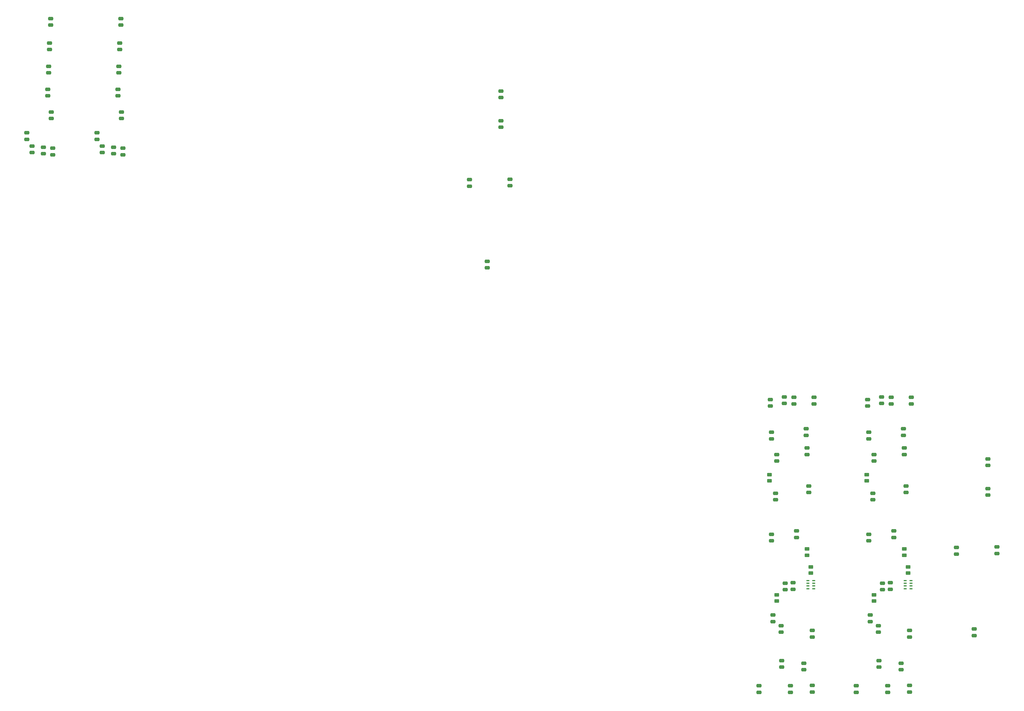
<source format=gbp>
%MOIN*%
%OFA0B0*%
%FSLAX46Y46*%
%IPPOS*%
%LPD*%
%AMRoundRect*
4,1,4,
0.07874015748031496,0.11811023622047245,
0.15748031496062992,0.19685039370078741,
0.23622047244094491,0.27559055118110237,
0.31496062992125984,0.35433070866141736,
0.07874015748031496,0.11811023622047245,
0*
1,1,$1,$2,$3*
1,1,$1,$2,$3*
1,1,$1,$2,$3*
1,1,$1,$2,$3*
20,1,$1,$2,$3,$4,$5,0*
20,1,$1,$2,$3,$4,$5,0*
20,1,$1,$2,$3,$4,$5,0*
20,1,$1,$2,$3,$4,$5,0*%
%AMCOMP23*
4,1,3,
-0.018700787401574805,0.00984251968503937,
-0.018700787401574805,-0.00984251968503937,
0.018700787401574805,-0.00984251968503937,
0.018700787401574805,0.00984251968503937,
0*
4,1,19,
-0.018700787401574805,0.01968503937007874,
-0.015659281551427682,0.019203312168259386,
-0.012915499485310303,0.017805285377706176,
-0.010738021708907997,0.015627807601303872,
-0.0093399949183547871,0.012884025535186491,
-0.0088582677165354329,0.00984251968503937,
-0.0093399949183547871,0.0068010138348922507,
-0.010738021708907997,0.0040572317687748724,
-0.012915499485310301,0.0018797539923725657,
-0.015659281551427682,0.00048172720181935506,
-0.0187007874015748,0,
-0.021742293251721927,0.00048172720181935506,
-0.0244860753178393,0.0018797539923725635,
-0.026663553094241611,0.00405723176877487,
-0.02806157988479482,0.0068010138348922489,
-0.028543307086614175,0.0098425196850393682,
-0.02806157988479482,0.012884025535186489,
-0.026663553094241611,0.015627807601303868,
-0.024486075317839306,0.017805285377706176,
-0.021742293251721924,0.019203312168259386,
0*
4,1,19,
-0.018700787401574805,0,
-0.015659281551427682,-0.00048172720181935506,
-0.012915499485310303,-0.0018797539923725646,
-0.010738021708907997,-0.0040572317687748707,
-0.0093399949183547871,-0.00680101383489225,
-0.0088582677165354329,-0.00984251968503937,
-0.0093399949183547871,-0.012884025535186491,
-0.010738021708907997,-0.015627807601303868,
-0.012915499485310301,-0.017805285377706176,
-0.015659281551427682,-0.019203312168259386,
-0.0187007874015748,-0.01968503937007874,
-0.021742293251721927,-0.019203312168259386,
-0.0244860753178393,-0.017805285377706176,
-0.026663553094241611,-0.015627807601303872,
-0.02806157988479482,-0.012884025535186491,
-0.028543307086614175,-0.0098425196850393734,
-0.02806157988479482,-0.0068010138348922524,
-0.026663553094241611,-0.0040572317687748733,
-0.024486075317839306,-0.0018797539923725657,
-0.021742293251721924,-0.00048172720181935506,
0*
4,1,19,
0.018700787401574805,0,
0.021742293251721924,-0.00048172720181935506,
0.0244860753178393,-0.0018797539923725646,
0.026663553094241611,-0.0040572317687748707,
0.02806157988479482,-0.00680101383489225,
0.028543307086614175,-0.00984251968503937,
0.02806157988479482,-0.012884025535186491,
0.026663553094241611,-0.015627807601303868,
0.024486075317839306,-0.017805285377706176,
0.021742293251721924,-0.019203312168259386,
0.018700787401574805,-0.01968503937007874,
0.015659281551427682,-0.019203312168259386,
0.012915499485310306,-0.017805285377706176,
0.010738021708907997,-0.015627807601303872,
0.0093399949183547871,-0.012884025535186491,
0.0088582677165354329,-0.0098425196850393734,
0.0093399949183547871,-0.0068010138348922524,
0.010738021708907997,-0.0040572317687748733,
0.012915499485310301,-0.0018797539923725657,
0.015659281551427682,-0.00048172720181935506,
0*
4,1,19,
0.018700787401574805,0.01968503937007874,
0.021742293251721924,0.019203312168259386,
0.0244860753178393,0.017805285377706176,
0.026663553094241611,0.015627807601303872,
0.02806157988479482,0.012884025535186491,
0.028543307086614175,0.00984251968503937,
0.02806157988479482,0.0068010138348922507,
0.026663553094241611,0.0040572317687748724,
0.024486075317839306,0.0018797539923725657,
0.021742293251721924,0.00048172720181935506,
0.018700787401574805,0,
0.015659281551427682,0.00048172720181935506,
0.012915499485310306,0.0018797539923725635,
0.010738021708907997,0.00405723176877487,
0.0093399949183547871,0.0068010138348922489,
0.0088582677165354329,0.0098425196850393682,
0.0093399949183547871,0.012884025535186489,
0.010738021708907997,0.015627807601303868,
0.012915499485310301,0.017805285377706176,
0.015659281551427682,0.019203312168259386,
0*
4,1,3,
-0.028543307086614175,0.00984251968503937,
-0.0088582677165354329,0.00984251968503937,
-0.0088582677165354329,-0.00984251968503937,
-0.028543307086614175,-0.00984251968503937,
0*
4,1,3,
-0.018700787401574805,-0.01968503937007874,
-0.018700787401574805,0,
0.018700787401574805,0,
0.018700787401574805,-0.01968503937007874,
0*
4,1,3,
0.028543307086614175,-0.00984251968503937,
0.0088582677165354329,-0.00984251968503937,
0.0088582677165354329,0.00984251968503937,
0.028543307086614175,0.00984251968503937,
0*
4,1,3,
0.018700787401574805,0.01968503937007874,
0.018700787401574805,0,
-0.018700787401574805,0,
-0.018700787401574805,0.01968503937007874,
0*%
%AMCOMP24*
4,1,3,
0.018700787401574805,-0.00984251968503937,
0.018700787401574805,0.00984251968503937,
-0.018700787401574805,0.00984251968503937,
-0.018700787401574805,-0.00984251968503937,
0*
4,1,19,
0.018700787401574805,0,
0.021742293251721924,-0.00048172720181935506,
0.0244860753178393,-0.0018797539923725646,
0.026663553094241611,-0.0040572317687748707,
0.02806157988479482,-0.00680101383489225,
0.028543307086614175,-0.00984251968503937,
0.02806157988479482,-0.012884025535186491,
0.026663553094241611,-0.015627807601303868,
0.024486075317839306,-0.017805285377706176,
0.021742293251721924,-0.019203312168259386,
0.018700787401574805,-0.01968503937007874,
0.015659281551427682,-0.019203312168259386,
0.012915499485310306,-0.017805285377706176,
0.010738021708907997,-0.015627807601303872,
0.0093399949183547871,-0.012884025535186491,
0.0088582677165354329,-0.0098425196850393734,
0.0093399949183547871,-0.0068010138348922524,
0.010738021708907997,-0.0040572317687748733,
0.012915499485310301,-0.0018797539923725657,
0.015659281551427682,-0.00048172720181935506,
0*
4,1,19,
0.018700787401574805,0.01968503937007874,
0.021742293251721924,0.019203312168259386,
0.0244860753178393,0.017805285377706176,
0.026663553094241611,0.015627807601303872,
0.02806157988479482,0.012884025535186491,
0.028543307086614175,0.00984251968503937,
0.02806157988479482,0.0068010138348922507,
0.026663553094241611,0.0040572317687748724,
0.024486075317839306,0.0018797539923725657,
0.021742293251721924,0.00048172720181935506,
0.018700787401574805,0,
0.015659281551427682,0.00048172720181935506,
0.012915499485310306,0.0018797539923725635,
0.010738021708907997,0.00405723176877487,
0.0093399949183547871,0.0068010138348922489,
0.0088582677165354329,0.0098425196850393682,
0.0093399949183547871,0.012884025535186489,
0.010738021708907997,0.015627807601303868,
0.012915499485310301,0.017805285377706176,
0.015659281551427682,0.019203312168259386,
0*
4,1,19,
-0.018700787401574805,0.01968503937007874,
-0.015659281551427682,0.019203312168259386,
-0.012915499485310303,0.017805285377706176,
-0.010738021708907997,0.015627807601303872,
-0.0093399949183547871,0.012884025535186491,
-0.0088582677165354329,0.00984251968503937,
-0.0093399949183547871,0.0068010138348922507,
-0.010738021708907997,0.0040572317687748724,
-0.012915499485310301,0.0018797539923725657,
-0.015659281551427682,0.00048172720181935506,
-0.0187007874015748,0,
-0.021742293251721927,0.00048172720181935506,
-0.0244860753178393,0.0018797539923725635,
-0.026663553094241611,0.00405723176877487,
-0.02806157988479482,0.0068010138348922489,
-0.028543307086614175,0.0098425196850393682,
-0.02806157988479482,0.012884025535186489,
-0.026663553094241611,0.015627807601303868,
-0.024486075317839306,0.017805285377706176,
-0.021742293251721924,0.019203312168259386,
0*
4,1,19,
-0.018700787401574805,0,
-0.015659281551427682,-0.00048172720181935506,
-0.012915499485310303,-0.0018797539923725646,
-0.010738021708907997,-0.0040572317687748707,
-0.0093399949183547871,-0.00680101383489225,
-0.0088582677165354329,-0.00984251968503937,
-0.0093399949183547871,-0.012884025535186491,
-0.010738021708907997,-0.015627807601303868,
-0.012915499485310301,-0.017805285377706176,
-0.015659281551427682,-0.019203312168259386,
-0.0187007874015748,-0.01968503937007874,
-0.021742293251721927,-0.019203312168259386,
-0.0244860753178393,-0.017805285377706176,
-0.026663553094241611,-0.015627807601303872,
-0.02806157988479482,-0.012884025535186491,
-0.028543307086614175,-0.0098425196850393734,
-0.02806157988479482,-0.0068010138348922524,
-0.026663553094241611,-0.0040572317687748733,
-0.024486075317839306,-0.0018797539923725657,
-0.021742293251721924,-0.00048172720181935506,
0*
4,1,3,
0.028543307086614175,-0.00984251968503937,
0.0088582677165354329,-0.00984251968503937,
0.0088582677165354329,0.00984251968503937,
0.028543307086614175,0.00984251968503937,
0*
4,1,3,
0.018700787401574805,0.01968503937007874,
0.018700787401574805,0,
-0.018700787401574805,0,
-0.018700787401574805,0.01968503937007874,
0*
4,1,3,
-0.028543307086614175,0.00984251968503937,
-0.0088582677165354329,0.00984251968503937,
-0.0088582677165354329,-0.00984251968503937,
-0.028543307086614175,-0.00984251968503937,
0*
4,1,3,
-0.018700787401574805,-0.01968503937007874,
-0.018700787401574805,0,
0.018700787401574805,0,
0.018700787401574805,-0.01968503937007874,
0*%
%AMCOMP25*
4,1,3,
0.017716535433070866,-0.010334645669291339,
0.017716535433070866,0.010334645669291339,
-0.017716535433070866,0.010334645669291339,
-0.017716535433070866,-0.010334645669291339,
0*
4,1,19,
0.017716535433070866,-0.00049212598425196893,
0.020758041283217985,-0.000973853186071324,
0.023501823349335368,-0.0023718799766245333,
0.025679301125737672,-0.00454935775302684,
0.027077327916290882,-0.0072931398191442192,
0.027559055118110236,-0.010334645669291339,
0.027077327916290882,-0.013376151519438459,
0.025679301125737672,-0.016119933585555839,
0.023501823349335368,-0.018297411361958144,
0.020758041283217992,-0.019695438152511353,
0.017716535433070869,-0.020177165354330708,
0.014675029582923745,-0.019695438152511353,
0.011931247516806368,-0.018297411361958147,
0.0097537697404040634,-0.016119933585555839,
0.0083557429498508518,-0.013376151519438462,
0.0078740157480314977,-0.010334645669291341,
0.00835574294985085,-0.0072931398191442209,
0.00975376974040406,-0.0045493577530268418,
0.011931247516806366,-0.0023718799766245346,
0.014675029582923745,-0.000973853186071324,
0*
4,1,19,
0.017716535433070866,0.020177165354330708,
0.020758041283217985,0.019695438152511353,
0.023501823349335368,0.018297411361958147,
0.025679301125737672,0.016119933585555839,
0.027077327916290882,0.01337615151943846,
0.027559055118110236,0.010334645669291339,
0.027077327916290882,0.00729313981914422,
0.025679301125737672,0.0045493577530268409,
0.023501823349335368,0.0023718799766245346,
0.020758041283217992,0.000973853186071324,
0.017716535433070869,0.00049212598425196893,
0.014675029582923745,0.000973853186071324,
0.011931247516806368,0.0023718799766245325,
0.0097537697404040634,0.0045493577530268392,
0.0083557429498508518,0.0072931398191442174,
0.0078740157480314977,0.010334645669291338,
0.00835574294985085,0.013376151519438459,
0.00975376974040406,0.016119933585555836,
0.011931247516806366,0.018297411361958144,
0.014675029582923745,0.019695438152511353,
0*
4,1,19,
-0.017716535433070866,0.020177165354330708,
-0.014675029582923747,0.019695438152511353,
-0.011931247516806368,0.018297411361958147,
-0.0097537697404040617,0.016119933585555839,
-0.0083557429498508518,0.01337615151943846,
-0.0078740157480314977,0.010334645669291339,
-0.00835574294985085,0.00729313981914422,
-0.0097537697404040617,0.0045493577530268409,
-0.011931247516806368,0.0023718799766245346,
-0.014675029582923747,0.000973853186071324,
-0.017716535433070866,0.00049212598425196893,
-0.020758041283217992,0.000973853186071324,
-0.023501823349335368,0.0023718799766245325,
-0.025679301125737672,0.0045493577530268392,
-0.027077327916290882,0.0072931398191442174,
-0.027559055118110236,0.010334645669291338,
-0.027077327916290882,0.013376151519438459,
-0.025679301125737675,0.016119933585555836,
-0.023501823349335368,0.018297411361958144,
-0.020758041283217992,0.019695438152511353,
0*
4,1,19,
-0.017716535433070866,-0.00049212598425196893,
-0.014675029582923747,-0.000973853186071324,
-0.011931247516806368,-0.0023718799766245333,
-0.0097537697404040617,-0.00454935775302684,
-0.0083557429498508518,-0.0072931398191442192,
-0.0078740157480314977,-0.010334645669291339,
-0.00835574294985085,-0.013376151519438459,
-0.0097537697404040617,-0.016119933585555839,
-0.011931247516806368,-0.018297411361958144,
-0.014675029582923747,-0.019695438152511353,
-0.017716535433070866,-0.020177165354330708,
-0.020758041283217992,-0.019695438152511353,
-0.023501823349335368,-0.018297411361958147,
-0.025679301125737672,-0.016119933585555839,
-0.027077327916290882,-0.013376151519438462,
-0.027559055118110236,-0.010334645669291341,
-0.027077327916290882,-0.0072931398191442209,
-0.025679301125737675,-0.0045493577530268418,
-0.023501823349335368,-0.0023718799766245346,
-0.020758041283217992,-0.000973853186071324,
0*
4,1,3,
0.027559055118110236,-0.010334645669291339,
0.0078740157480314977,-0.010334645669291339,
0.0078740157480314977,0.010334645669291339,
0.027559055118110236,0.010334645669291339,
0*
4,1,3,
0.017716535433070866,0.020177165354330708,
0.017716535433070866,0.00049212598425196893,
-0.017716535433070866,0.00049212598425196893,
-0.017716535433070866,0.020177165354330708,
0*
4,1,3,
-0.027559055118110236,0.010334645669291339,
-0.0078740157480314977,0.010334645669291339,
-0.0078740157480314977,-0.010334645669291339,
-0.027559055118110236,-0.010334645669291339,
0*
4,1,3,
-0.017716535433070866,-0.020177165354330708,
-0.017716535433070866,-0.00049212598425196893,
0.017716535433070866,-0.00049212598425196893,
0.017716535433070866,-0.020177165354330708,
0*%
%AMRoundRect0*
4,1,4,
0.07874015748031496,0.11811023622047245,
0.15748031496062992,0.19685039370078741,
0.23622047244094491,0.27559055118110237,
0.31496062992125984,0.35433070866141736,
0.07874015748031496,0.11811023622047245,
0*
1,1,$1,$2,$3*
1,1,$1,$2,$3*
1,1,$1,$2,$3*
1,1,$1,$2,$3*
20,1,$1,$2,$3,$4,$5,0*
20,1,$1,$2,$3,$4,$5,0*
20,1,$1,$2,$3,$4,$5,0*
20,1,$1,$2,$3,$4,$5,0*%
%AMCOMP450*
4,1,3,
-0.018700787401574805,0.00984251968503937,
-0.018700787401574805,-0.00984251968503937,
0.018700787401574805,-0.00984251968503937,
0.018700787401574805,0.00984251968503937,
0*
4,1,19,
-0.018700787401574805,0.01968503937007874,
-0.015659281551427682,0.019203312168259386,
-0.012915499485310303,0.017805285377706176,
-0.010738021708907997,0.015627807601303872,
-0.0093399949183547871,0.012884025535186491,
-0.0088582677165354329,0.00984251968503937,
-0.0093399949183547871,0.0068010138348922507,
-0.010738021708907997,0.0040572317687748724,
-0.012915499485310301,0.0018797539923725657,
-0.015659281551427682,0.00048172720181935506,
-0.0187007874015748,0,
-0.021742293251721927,0.00048172720181935506,
-0.0244860753178393,0.0018797539923725635,
-0.026663553094241611,0.00405723176877487,
-0.02806157988479482,0.0068010138348922489,
-0.028543307086614175,0.0098425196850393682,
-0.02806157988479482,0.012884025535186489,
-0.026663553094241611,0.015627807601303868,
-0.024486075317839306,0.017805285377706176,
-0.021742293251721924,0.019203312168259386,
0*
4,1,19,
-0.018700787401574805,0,
-0.015659281551427682,-0.00048172720181935506,
-0.012915499485310303,-0.0018797539923725646,
-0.010738021708907997,-0.0040572317687748707,
-0.0093399949183547871,-0.00680101383489225,
-0.0088582677165354329,-0.00984251968503937,
-0.0093399949183547871,-0.012884025535186491,
-0.010738021708907997,-0.015627807601303868,
-0.012915499485310301,-0.017805285377706176,
-0.015659281551427682,-0.019203312168259386,
-0.0187007874015748,-0.01968503937007874,
-0.021742293251721927,-0.019203312168259386,
-0.0244860753178393,-0.017805285377706176,
-0.026663553094241611,-0.015627807601303872,
-0.02806157988479482,-0.012884025535186491,
-0.028543307086614175,-0.0098425196850393734,
-0.02806157988479482,-0.0068010138348922524,
-0.026663553094241611,-0.0040572317687748733,
-0.024486075317839306,-0.0018797539923725657,
-0.021742293251721924,-0.00048172720181935506,
0*
4,1,19,
0.018700787401574805,0,
0.021742293251721924,-0.00048172720181935506,
0.0244860753178393,-0.0018797539923725646,
0.026663553094241611,-0.0040572317687748707,
0.02806157988479482,-0.00680101383489225,
0.028543307086614175,-0.00984251968503937,
0.02806157988479482,-0.012884025535186491,
0.026663553094241611,-0.015627807601303868,
0.024486075317839306,-0.017805285377706176,
0.021742293251721924,-0.019203312168259386,
0.018700787401574805,-0.01968503937007874,
0.015659281551427682,-0.019203312168259386,
0.012915499485310306,-0.017805285377706176,
0.010738021708907997,-0.015627807601303872,
0.0093399949183547871,-0.012884025535186491,
0.0088582677165354329,-0.0098425196850393734,
0.0093399949183547871,-0.0068010138348922524,
0.010738021708907997,-0.0040572317687748733,
0.012915499485310301,-0.0018797539923725657,
0.015659281551427682,-0.00048172720181935506,
0*
4,1,19,
0.018700787401574805,0.01968503937007874,
0.021742293251721924,0.019203312168259386,
0.0244860753178393,0.017805285377706176,
0.026663553094241611,0.015627807601303872,
0.02806157988479482,0.012884025535186491,
0.028543307086614175,0.00984251968503937,
0.02806157988479482,0.0068010138348922507,
0.026663553094241611,0.0040572317687748724,
0.024486075317839306,0.0018797539923725657,
0.021742293251721924,0.00048172720181935506,
0.018700787401574805,0,
0.015659281551427682,0.00048172720181935506,
0.012915499485310306,0.0018797539923725635,
0.010738021708907997,0.00405723176877487,
0.0093399949183547871,0.0068010138348922489,
0.0088582677165354329,0.0098425196850393682,
0.0093399949183547871,0.012884025535186489,
0.010738021708907997,0.015627807601303868,
0.012915499485310301,0.017805285377706176,
0.015659281551427682,0.019203312168259386,
0*
4,1,3,
-0.028543307086614175,0.00984251968503937,
-0.0088582677165354329,0.00984251968503937,
-0.0088582677165354329,-0.00984251968503937,
-0.028543307086614175,-0.00984251968503937,
0*
4,1,3,
-0.018700787401574805,-0.01968503937007874,
-0.018700787401574805,0,
0.018700787401574805,0,
0.018700787401574805,-0.01968503937007874,
0*
4,1,3,
0.028543307086614175,-0.00984251968503937,
0.0088582677165354329,-0.00984251968503937,
0.0088582677165354329,0.00984251968503937,
0.028543307086614175,0.00984251968503937,
0*
4,1,3,
0.018700787401574805,0.01968503937007874,
0.018700787401574805,0,
-0.018700787401574805,0,
-0.018700787401574805,0.01968503937007874,
0*%
%AMCOMP460*
4,1,3,
0.018700787401574805,-0.00984251968503937,
0.018700787401574805,0.00984251968503937,
-0.018700787401574805,0.00984251968503937,
-0.018700787401574805,-0.00984251968503937,
0*
4,1,19,
0.018700787401574805,0,
0.021742293251721924,-0.00048172720181935506,
0.0244860753178393,-0.0018797539923725646,
0.026663553094241611,-0.0040572317687748707,
0.02806157988479482,-0.00680101383489225,
0.028543307086614175,-0.00984251968503937,
0.02806157988479482,-0.012884025535186491,
0.026663553094241611,-0.015627807601303868,
0.024486075317839306,-0.017805285377706176,
0.021742293251721924,-0.019203312168259386,
0.018700787401574805,-0.01968503937007874,
0.015659281551427682,-0.019203312168259386,
0.012915499485310306,-0.017805285377706176,
0.010738021708907997,-0.015627807601303872,
0.0093399949183547871,-0.012884025535186491,
0.0088582677165354329,-0.0098425196850393734,
0.0093399949183547871,-0.0068010138348922524,
0.010738021708907997,-0.0040572317687748733,
0.012915499485310301,-0.0018797539923725657,
0.015659281551427682,-0.00048172720181935506,
0*
4,1,19,
0.018700787401574805,0.01968503937007874,
0.021742293251721924,0.019203312168259386,
0.0244860753178393,0.017805285377706176,
0.026663553094241611,0.015627807601303872,
0.02806157988479482,0.012884025535186491,
0.028543307086614175,0.00984251968503937,
0.02806157988479482,0.0068010138348922507,
0.026663553094241611,0.0040572317687748724,
0.024486075317839306,0.0018797539923725657,
0.021742293251721924,0.00048172720181935506,
0.018700787401574805,0,
0.015659281551427682,0.00048172720181935506,
0.012915499485310306,0.0018797539923725635,
0.010738021708907997,0.00405723176877487,
0.0093399949183547871,0.0068010138348922489,
0.0088582677165354329,0.0098425196850393682,
0.0093399949183547871,0.012884025535186489,
0.010738021708907997,0.015627807601303868,
0.012915499485310301,0.017805285377706176,
0.015659281551427682,0.019203312168259386,
0*
4,1,19,
-0.018700787401574805,0.01968503937007874,
-0.015659281551427682,0.019203312168259386,
-0.012915499485310303,0.017805285377706176,
-0.010738021708907997,0.015627807601303872,
-0.0093399949183547871,0.012884025535186491,
-0.0088582677165354329,0.00984251968503937,
-0.0093399949183547871,0.0068010138348922507,
-0.010738021708907997,0.0040572317687748724,
-0.012915499485310301,0.0018797539923725657,
-0.015659281551427682,0.00048172720181935506,
-0.0187007874015748,0,
-0.021742293251721927,0.00048172720181935506,
-0.0244860753178393,0.0018797539923725635,
-0.026663553094241611,0.00405723176877487,
-0.02806157988479482,0.0068010138348922489,
-0.028543307086614175,0.0098425196850393682,
-0.02806157988479482,0.012884025535186489,
-0.026663553094241611,0.015627807601303868,
-0.024486075317839306,0.017805285377706176,
-0.021742293251721924,0.019203312168259386,
0*
4,1,19,
-0.018700787401574805,0,
-0.015659281551427682,-0.00048172720181935506,
-0.012915499485310303,-0.0018797539923725646,
-0.010738021708907997,-0.0040572317687748707,
-0.0093399949183547871,-0.00680101383489225,
-0.0088582677165354329,-0.00984251968503937,
-0.0093399949183547871,-0.012884025535186491,
-0.010738021708907997,-0.015627807601303868,
-0.012915499485310301,-0.017805285377706176,
-0.015659281551427682,-0.019203312168259386,
-0.0187007874015748,-0.01968503937007874,
-0.021742293251721927,-0.019203312168259386,
-0.0244860753178393,-0.017805285377706176,
-0.026663553094241611,-0.015627807601303872,
-0.02806157988479482,-0.012884025535186491,
-0.028543307086614175,-0.0098425196850393734,
-0.02806157988479482,-0.0068010138348922524,
-0.026663553094241611,-0.0040572317687748733,
-0.024486075317839306,-0.0018797539923725657,
-0.021742293251721924,-0.00048172720181935506,
0*
4,1,3,
0.028543307086614175,-0.00984251968503937,
0.0088582677165354329,-0.00984251968503937,
0.0088582677165354329,0.00984251968503937,
0.028543307086614175,0.00984251968503937,
0*
4,1,3,
0.018700787401574805,0.01968503937007874,
0.018700787401574805,0,
-0.018700787401574805,0,
-0.018700787401574805,0.01968503937007874,
0*
4,1,3,
-0.028543307086614175,0.00984251968503937,
-0.0088582677165354329,0.00984251968503937,
-0.0088582677165354329,-0.00984251968503937,
-0.028543307086614175,-0.00984251968503937,
0*
4,1,3,
-0.018700787401574805,-0.01968503937007874,
-0.018700787401574805,0,
0.018700787401574805,0,
0.018700787401574805,-0.01968503937007874,
0*%
%AMCOMP470*
4,1,3,
0.017716535433070866,-0.010334645669291339,
0.017716535433070866,0.010334645669291339,
-0.017716535433070866,0.010334645669291339,
-0.017716535433070866,-0.010334645669291339,
0*
4,1,19,
0.017716535433070866,-0.00049212598425196893,
0.020758041283217985,-0.000973853186071324,
0.023501823349335368,-0.0023718799766245333,
0.025679301125737672,-0.00454935775302684,
0.027077327916290882,-0.0072931398191442192,
0.027559055118110236,-0.010334645669291339,
0.027077327916290882,-0.013376151519438459,
0.025679301125737672,-0.016119933585555839,
0.023501823349335368,-0.018297411361958144,
0.020758041283217992,-0.019695438152511353,
0.017716535433070869,-0.020177165354330708,
0.014675029582923745,-0.019695438152511353,
0.011931247516806368,-0.018297411361958147,
0.0097537697404040634,-0.016119933585555839,
0.0083557429498508518,-0.013376151519438462,
0.0078740157480314977,-0.010334645669291341,
0.00835574294985085,-0.0072931398191442209,
0.00975376974040406,-0.0045493577530268418,
0.011931247516806366,-0.0023718799766245346,
0.014675029582923745,-0.000973853186071324,
0*
4,1,19,
0.017716535433070866,0.020177165354330708,
0.020758041283217985,0.019695438152511353,
0.023501823349335368,0.018297411361958147,
0.025679301125737672,0.016119933585555839,
0.027077327916290882,0.01337615151943846,
0.027559055118110236,0.010334645669291339,
0.027077327916290882,0.00729313981914422,
0.025679301125737672,0.0045493577530268409,
0.023501823349335368,0.0023718799766245346,
0.020758041283217992,0.000973853186071324,
0.017716535433070869,0.00049212598425196893,
0.014675029582923745,0.000973853186071324,
0.011931247516806368,0.0023718799766245325,
0.0097537697404040634,0.0045493577530268392,
0.0083557429498508518,0.0072931398191442174,
0.0078740157480314977,0.010334645669291338,
0.00835574294985085,0.013376151519438459,
0.00975376974040406,0.016119933585555836,
0.011931247516806366,0.018297411361958144,
0.014675029582923745,0.019695438152511353,
0*
4,1,19,
-0.017716535433070866,0.020177165354330708,
-0.014675029582923747,0.019695438152511353,
-0.011931247516806368,0.018297411361958147,
-0.0097537697404040617,0.016119933585555839,
-0.0083557429498508518,0.01337615151943846,
-0.0078740157480314977,0.010334645669291339,
-0.00835574294985085,0.00729313981914422,
-0.0097537697404040617,0.0045493577530268409,
-0.011931247516806368,0.0023718799766245346,
-0.014675029582923747,0.000973853186071324,
-0.017716535433070866,0.00049212598425196893,
-0.020758041283217992,0.000973853186071324,
-0.023501823349335368,0.0023718799766245325,
-0.025679301125737672,0.0045493577530268392,
-0.027077327916290882,0.0072931398191442174,
-0.027559055118110236,0.010334645669291338,
-0.027077327916290882,0.013376151519438459,
-0.025679301125737675,0.016119933585555836,
-0.023501823349335368,0.018297411361958144,
-0.020758041283217992,0.019695438152511353,
0*
4,1,19,
-0.017716535433070866,-0.00049212598425196893,
-0.014675029582923747,-0.000973853186071324,
-0.011931247516806368,-0.0023718799766245333,
-0.0097537697404040617,-0.00454935775302684,
-0.0083557429498508518,-0.0072931398191442192,
-0.0078740157480314977,-0.010334645669291339,
-0.00835574294985085,-0.013376151519438459,
-0.0097537697404040617,-0.016119933585555839,
-0.011931247516806368,-0.018297411361958144,
-0.014675029582923747,-0.019695438152511353,
-0.017716535433070866,-0.020177165354330708,
-0.020758041283217992,-0.019695438152511353,
-0.023501823349335368,-0.018297411361958147,
-0.025679301125737672,-0.016119933585555839,
-0.027077327916290882,-0.013376151519438462,
-0.027559055118110236,-0.010334645669291341,
-0.027077327916290882,-0.0072931398191442209,
-0.025679301125737675,-0.0045493577530268418,
-0.023501823349335368,-0.0023718799766245346,
-0.020758041283217992,-0.000973853186071324,
0*
4,1,3,
0.027559055118110236,-0.010334645669291339,
0.0078740157480314977,-0.010334645669291339,
0.0078740157480314977,0.010334645669291339,
0.027559055118110236,0.010334645669291339,
0*
4,1,3,
0.017716535433070866,0.020177165354330708,
0.017716535433070866,0.00049212598425196893,
-0.017716535433070866,0.00049212598425196893,
-0.017716535433070866,0.020177165354330708,
0*
4,1,3,
-0.027559055118110236,0.010334645669291339,
-0.0078740157480314977,0.010334645669291339,
-0.0078740157480314977,-0.010334645669291339,
-0.027559055118110236,-0.010334645669291339,
0*
4,1,3,
-0.017716535433070866,-0.020177165354330708,
-0.017716535433070866,-0.00049212598425196893,
0.017716535433070866,-0.00049212598425196893,
0.017716535433070866,-0.020177165354330708,
0*%
%AMRoundRect1*
4,1,4,
0.07874015748031496,0.11811023622047245,
0.15748031496062992,0.19685039370078741,
0.23622047244094491,0.27559055118110237,
0.31496062992125984,0.35433070866141736,
0.07874015748031496,0.11811023622047245,
0*
1,1,$1,$2,$3*
1,1,$1,$2,$3*
1,1,$1,$2,$3*
1,1,$1,$2,$3*
20,1,$1,$2,$3,$4,$5,0*
20,1,$1,$2,$3,$4,$5,0*
20,1,$1,$2,$3,$4,$5,0*
20,1,$1,$2,$3,$4,$5,0*%
%AMCOMP650*
4,1,3,
-0.018700787401574805,0.00984251968503937,
-0.018700787401574805,-0.00984251968503937,
0.018700787401574805,-0.00984251968503937,
0.018700787401574805,0.00984251968503937,
0*
4,1,19,
-0.018700787401574805,0.01968503937007874,
-0.015659281551427682,0.019203312168259386,
-0.012915499485310303,0.017805285377706176,
-0.010738021708907997,0.015627807601303872,
-0.0093399949183547871,0.012884025535186491,
-0.0088582677165354329,0.00984251968503937,
-0.0093399949183547871,0.0068010138348922507,
-0.010738021708907997,0.0040572317687748724,
-0.012915499485310301,0.0018797539923725657,
-0.015659281551427682,0.00048172720181935506,
-0.0187007874015748,0,
-0.021742293251721927,0.00048172720181935506,
-0.0244860753178393,0.0018797539923725635,
-0.026663553094241611,0.00405723176877487,
-0.02806157988479482,0.0068010138348922489,
-0.028543307086614175,0.0098425196850393682,
-0.02806157988479482,0.012884025535186489,
-0.026663553094241611,0.015627807601303868,
-0.024486075317839306,0.017805285377706176,
-0.021742293251721924,0.019203312168259386,
0*
4,1,19,
-0.018700787401574805,0,
-0.015659281551427682,-0.00048172720181935506,
-0.012915499485310303,-0.0018797539923725646,
-0.010738021708907997,-0.0040572317687748707,
-0.0093399949183547871,-0.00680101383489225,
-0.0088582677165354329,-0.00984251968503937,
-0.0093399949183547871,-0.012884025535186491,
-0.010738021708907997,-0.015627807601303868,
-0.012915499485310301,-0.017805285377706176,
-0.015659281551427682,-0.019203312168259386,
-0.0187007874015748,-0.01968503937007874,
-0.021742293251721927,-0.019203312168259386,
-0.0244860753178393,-0.017805285377706176,
-0.026663553094241611,-0.015627807601303872,
-0.02806157988479482,-0.012884025535186491,
-0.028543307086614175,-0.0098425196850393734,
-0.02806157988479482,-0.0068010138348922524,
-0.026663553094241611,-0.0040572317687748733,
-0.024486075317839306,-0.0018797539923725657,
-0.021742293251721924,-0.00048172720181935506,
0*
4,1,19,
0.018700787401574805,0,
0.021742293251721924,-0.00048172720181935506,
0.0244860753178393,-0.0018797539923725646,
0.026663553094241611,-0.0040572317687748707,
0.02806157988479482,-0.00680101383489225,
0.028543307086614175,-0.00984251968503937,
0.02806157988479482,-0.012884025535186491,
0.026663553094241611,-0.015627807601303868,
0.024486075317839306,-0.017805285377706176,
0.021742293251721924,-0.019203312168259386,
0.018700787401574805,-0.01968503937007874,
0.015659281551427682,-0.019203312168259386,
0.012915499485310306,-0.017805285377706176,
0.010738021708907997,-0.015627807601303872,
0.0093399949183547871,-0.012884025535186491,
0.0088582677165354329,-0.0098425196850393734,
0.0093399949183547871,-0.0068010138348922524,
0.010738021708907997,-0.0040572317687748733,
0.012915499485310301,-0.0018797539923725657,
0.015659281551427682,-0.00048172720181935506,
0*
4,1,19,
0.018700787401574805,0.01968503937007874,
0.021742293251721924,0.019203312168259386,
0.0244860753178393,0.017805285377706176,
0.026663553094241611,0.015627807601303872,
0.02806157988479482,0.012884025535186491,
0.028543307086614175,0.00984251968503937,
0.02806157988479482,0.0068010138348922507,
0.026663553094241611,0.0040572317687748724,
0.024486075317839306,0.0018797539923725657,
0.021742293251721924,0.00048172720181935506,
0.018700787401574805,0,
0.015659281551427682,0.00048172720181935506,
0.012915499485310306,0.0018797539923725635,
0.010738021708907997,0.00405723176877487,
0.0093399949183547871,0.0068010138348922489,
0.0088582677165354329,0.0098425196850393682,
0.0093399949183547871,0.012884025535186489,
0.010738021708907997,0.015627807601303868,
0.012915499485310301,0.017805285377706176,
0.015659281551427682,0.019203312168259386,
0*
4,1,3,
-0.028543307086614175,0.00984251968503937,
-0.0088582677165354329,0.00984251968503937,
-0.0088582677165354329,-0.00984251968503937,
-0.028543307086614175,-0.00984251968503937,
0*
4,1,3,
-0.018700787401574805,-0.01968503937007874,
-0.018700787401574805,0,
0.018700787401574805,0,
0.018700787401574805,-0.01968503937007874,
0*
4,1,3,
0.028543307086614175,-0.00984251968503937,
0.0088582677165354329,-0.00984251968503937,
0.0088582677165354329,0.00984251968503937,
0.028543307086614175,0.00984251968503937,
0*
4,1,3,
0.018700787401574805,0.01968503937007874,
0.018700787401574805,0,
-0.018700787401574805,0,
-0.018700787401574805,0.01968503937007874,
0*%
%AMCOMP660*
4,1,3,
0.018700787401574805,-0.00984251968503937,
0.018700787401574805,0.00984251968503937,
-0.018700787401574805,0.00984251968503937,
-0.018700787401574805,-0.00984251968503937,
0*
4,1,19,
0.018700787401574805,0,
0.021742293251721924,-0.00048172720181935506,
0.0244860753178393,-0.0018797539923725646,
0.026663553094241611,-0.0040572317687748707,
0.02806157988479482,-0.00680101383489225,
0.028543307086614175,-0.00984251968503937,
0.02806157988479482,-0.012884025535186491,
0.026663553094241611,-0.015627807601303868,
0.024486075317839306,-0.017805285377706176,
0.021742293251721924,-0.019203312168259386,
0.018700787401574805,-0.01968503937007874,
0.015659281551427682,-0.019203312168259386,
0.012915499485310306,-0.017805285377706176,
0.010738021708907997,-0.015627807601303872,
0.0093399949183547871,-0.012884025535186491,
0.0088582677165354329,-0.0098425196850393734,
0.0093399949183547871,-0.0068010138348922524,
0.010738021708907997,-0.0040572317687748733,
0.012915499485310301,-0.0018797539923725657,
0.015659281551427682,-0.00048172720181935506,
0*
4,1,19,
0.018700787401574805,0.01968503937007874,
0.021742293251721924,0.019203312168259386,
0.0244860753178393,0.017805285377706176,
0.026663553094241611,0.015627807601303872,
0.02806157988479482,0.012884025535186491,
0.028543307086614175,0.00984251968503937,
0.02806157988479482,0.0068010138348922507,
0.026663553094241611,0.0040572317687748724,
0.024486075317839306,0.0018797539923725657,
0.021742293251721924,0.00048172720181935506,
0.018700787401574805,0,
0.015659281551427682,0.00048172720181935506,
0.012915499485310306,0.0018797539923725635,
0.010738021708907997,0.00405723176877487,
0.0093399949183547871,0.0068010138348922489,
0.0088582677165354329,0.0098425196850393682,
0.0093399949183547871,0.012884025535186489,
0.010738021708907997,0.015627807601303868,
0.012915499485310301,0.017805285377706176,
0.015659281551427682,0.019203312168259386,
0*
4,1,19,
-0.018700787401574805,0.01968503937007874,
-0.015659281551427682,0.019203312168259386,
-0.012915499485310303,0.017805285377706176,
-0.010738021708907997,0.015627807601303872,
-0.0093399949183547871,0.012884025535186491,
-0.0088582677165354329,0.00984251968503937,
-0.0093399949183547871,0.0068010138348922507,
-0.010738021708907997,0.0040572317687748724,
-0.012915499485310301,0.0018797539923725657,
-0.015659281551427682,0.00048172720181935506,
-0.0187007874015748,0,
-0.021742293251721927,0.00048172720181935506,
-0.0244860753178393,0.0018797539923725635,
-0.026663553094241611,0.00405723176877487,
-0.02806157988479482,0.0068010138348922489,
-0.028543307086614175,0.0098425196850393682,
-0.02806157988479482,0.012884025535186489,
-0.026663553094241611,0.015627807601303868,
-0.024486075317839306,0.017805285377706176,
-0.021742293251721924,0.019203312168259386,
0*
4,1,19,
-0.018700787401574805,0,
-0.015659281551427682,-0.00048172720181935506,
-0.012915499485310303,-0.0018797539923725646,
-0.010738021708907997,-0.0040572317687748707,
-0.0093399949183547871,-0.00680101383489225,
-0.0088582677165354329,-0.00984251968503937,
-0.0093399949183547871,-0.012884025535186491,
-0.010738021708907997,-0.015627807601303868,
-0.012915499485310301,-0.017805285377706176,
-0.015659281551427682,-0.019203312168259386,
-0.0187007874015748,-0.01968503937007874,
-0.021742293251721927,-0.019203312168259386,
-0.0244860753178393,-0.017805285377706176,
-0.026663553094241611,-0.015627807601303872,
-0.02806157988479482,-0.012884025535186491,
-0.028543307086614175,-0.0098425196850393734,
-0.02806157988479482,-0.0068010138348922524,
-0.026663553094241611,-0.0040572317687748733,
-0.024486075317839306,-0.0018797539923725657,
-0.021742293251721924,-0.00048172720181935506,
0*
4,1,3,
0.028543307086614175,-0.00984251968503937,
0.0088582677165354329,-0.00984251968503937,
0.0088582677165354329,0.00984251968503937,
0.028543307086614175,0.00984251968503937,
0*
4,1,3,
0.018700787401574805,0.01968503937007874,
0.018700787401574805,0,
-0.018700787401574805,0,
-0.018700787401574805,0.01968503937007874,
0*
4,1,3,
-0.028543307086614175,0.00984251968503937,
-0.0088582677165354329,0.00984251968503937,
-0.0088582677165354329,-0.00984251968503937,
-0.028543307086614175,-0.00984251968503937,
0*
4,1,3,
-0.018700787401574805,-0.01968503937007874,
-0.018700787401574805,0,
0.018700787401574805,0,
0.018700787401574805,-0.01968503937007874,
0*%
%AMRoundRect0*
4,1,4,
0.07874015748031496,0.11811023622047245,
0.15748031496062992,0.19685039370078741,
0.23622047244094491,0.27559055118110237,
0.31496062992125984,0.35433070866141736,
0.07874015748031496,0.11811023622047245,
0*
1,1,$1,$2,$3*
1,1,$1,$2,$3*
1,1,$1,$2,$3*
1,1,$1,$2,$3*
20,1,$1,$2,$3,$4,$5,0*
20,1,$1,$2,$3,$4,$5,0*
20,1,$1,$2,$3,$4,$5,0*
20,1,$1,$2,$3,$4,$5,0*%
%AMCOMP810*
4,1,3,
-0.018700787401574805,0.00984251968503937,
-0.018700787401574805,-0.00984251968503937,
0.018700787401574805,-0.00984251968503937,
0.018700787401574805,0.00984251968503937,
0*
4,1,19,
-0.018700787401574805,0.01968503937007874,
-0.015659281551427682,0.019203312168259386,
-0.012915499485310303,0.017805285377706176,
-0.010738021708907997,0.015627807601303872,
-0.0093399949183547871,0.012884025535186491,
-0.0088582677165354329,0.00984251968503937,
-0.0093399949183547871,0.0068010138348922507,
-0.010738021708907997,0.0040572317687748724,
-0.012915499485310301,0.0018797539923725657,
-0.015659281551427682,0.00048172720181935506,
-0.0187007874015748,0,
-0.021742293251721927,0.00048172720181935506,
-0.0244860753178393,0.0018797539923725635,
-0.026663553094241611,0.00405723176877487,
-0.02806157988479482,0.0068010138348922489,
-0.028543307086614175,0.0098425196850393682,
-0.02806157988479482,0.012884025535186489,
-0.026663553094241611,0.015627807601303868,
-0.024486075317839306,0.017805285377706176,
-0.021742293251721924,0.019203312168259386,
0*
4,1,19,
-0.018700787401574805,0,
-0.015659281551427682,-0.00048172720181935506,
-0.012915499485310303,-0.0018797539923725646,
-0.010738021708907997,-0.0040572317687748707,
-0.0093399949183547871,-0.00680101383489225,
-0.0088582677165354329,-0.00984251968503937,
-0.0093399949183547871,-0.012884025535186491,
-0.010738021708907997,-0.015627807601303868,
-0.012915499485310301,-0.017805285377706176,
-0.015659281551427682,-0.019203312168259386,
-0.0187007874015748,-0.01968503937007874,
-0.021742293251721927,-0.019203312168259386,
-0.0244860753178393,-0.017805285377706176,
-0.026663553094241611,-0.015627807601303872,
-0.02806157988479482,-0.012884025535186491,
-0.028543307086614175,-0.0098425196850393734,
-0.02806157988479482,-0.0068010138348922524,
-0.026663553094241611,-0.0040572317687748733,
-0.024486075317839306,-0.0018797539923725657,
-0.021742293251721924,-0.00048172720181935506,
0*
4,1,19,
0.018700787401574805,0,
0.021742293251721924,-0.00048172720181935506,
0.0244860753178393,-0.0018797539923725646,
0.026663553094241611,-0.0040572317687748707,
0.02806157988479482,-0.00680101383489225,
0.028543307086614175,-0.00984251968503937,
0.02806157988479482,-0.012884025535186491,
0.026663553094241611,-0.015627807601303868,
0.024486075317839306,-0.017805285377706176,
0.021742293251721924,-0.019203312168259386,
0.018700787401574805,-0.01968503937007874,
0.015659281551427682,-0.019203312168259386,
0.012915499485310306,-0.017805285377706176,
0.010738021708907997,-0.015627807601303872,
0.0093399949183547871,-0.012884025535186491,
0.0088582677165354329,-0.0098425196850393734,
0.0093399949183547871,-0.0068010138348922524,
0.010738021708907997,-0.0040572317687748733,
0.012915499485310301,-0.0018797539923725657,
0.015659281551427682,-0.00048172720181935506,
0*
4,1,19,
0.018700787401574805,0.01968503937007874,
0.021742293251721924,0.019203312168259386,
0.0244860753178393,0.017805285377706176,
0.026663553094241611,0.015627807601303872,
0.02806157988479482,0.012884025535186491,
0.028543307086614175,0.00984251968503937,
0.02806157988479482,0.0068010138348922507,
0.026663553094241611,0.0040572317687748724,
0.024486075317839306,0.0018797539923725657,
0.021742293251721924,0.00048172720181935506,
0.018700787401574805,0,
0.015659281551427682,0.00048172720181935506,
0.012915499485310306,0.0018797539923725635,
0.010738021708907997,0.00405723176877487,
0.0093399949183547871,0.0068010138348922489,
0.0088582677165354329,0.0098425196850393682,
0.0093399949183547871,0.012884025535186489,
0.010738021708907997,0.015627807601303868,
0.012915499485310301,0.017805285377706176,
0.015659281551427682,0.019203312168259386,
0*
4,1,3,
-0.028543307086614175,0.00984251968503937,
-0.0088582677165354329,0.00984251968503937,
-0.0088582677165354329,-0.00984251968503937,
-0.028543307086614175,-0.00984251968503937,
0*
4,1,3,
-0.018700787401574805,-0.01968503937007874,
-0.018700787401574805,0,
0.018700787401574805,0,
0.018700787401574805,-0.01968503937007874,
0*
4,1,3,
0.028543307086614175,-0.00984251968503937,
0.0088582677165354329,-0.00984251968503937,
0.0088582677165354329,0.00984251968503937,
0.028543307086614175,0.00984251968503937,
0*
4,1,3,
0.018700787401574805,0.01968503937007874,
0.018700787401574805,0,
-0.018700787401574805,0,
-0.018700787401574805,0.01968503937007874,
0*%
%AMCOMP820*
4,1,3,
0.018700787401574805,-0.00984251968503937,
0.018700787401574805,0.00984251968503937,
-0.018700787401574805,0.00984251968503937,
-0.018700787401574805,-0.00984251968503937,
0*
4,1,19,
0.018700787401574805,0,
0.021742293251721924,-0.00048172720181935506,
0.0244860753178393,-0.0018797539923725646,
0.026663553094241611,-0.0040572317687748707,
0.02806157988479482,-0.00680101383489225,
0.028543307086614175,-0.00984251968503937,
0.02806157988479482,-0.012884025535186491,
0.026663553094241611,-0.015627807601303868,
0.024486075317839306,-0.017805285377706176,
0.021742293251721924,-0.019203312168259386,
0.018700787401574805,-0.01968503937007874,
0.015659281551427682,-0.019203312168259386,
0.012915499485310306,-0.017805285377706176,
0.010738021708907997,-0.015627807601303872,
0.0093399949183547871,-0.012884025535186491,
0.0088582677165354329,-0.0098425196850393734,
0.0093399949183547871,-0.0068010138348922524,
0.010738021708907997,-0.0040572317687748733,
0.012915499485310301,-0.0018797539923725657,
0.015659281551427682,-0.00048172720181935506,
0*
4,1,19,
0.018700787401574805,0.01968503937007874,
0.021742293251721924,0.019203312168259386,
0.0244860753178393,0.017805285377706176,
0.026663553094241611,0.015627807601303872,
0.02806157988479482,0.012884025535186491,
0.028543307086614175,0.00984251968503937,
0.02806157988479482,0.0068010138348922507,
0.026663553094241611,0.0040572317687748724,
0.024486075317839306,0.0018797539923725657,
0.021742293251721924,0.00048172720181935506,
0.018700787401574805,0,
0.015659281551427682,0.00048172720181935506,
0.012915499485310306,0.0018797539923725635,
0.010738021708907997,0.00405723176877487,
0.0093399949183547871,0.0068010138348922489,
0.0088582677165354329,0.0098425196850393682,
0.0093399949183547871,0.012884025535186489,
0.010738021708907997,0.015627807601303868,
0.012915499485310301,0.017805285377706176,
0.015659281551427682,0.019203312168259386,
0*
4,1,19,
-0.018700787401574805,0.01968503937007874,
-0.015659281551427682,0.019203312168259386,
-0.012915499485310303,0.017805285377706176,
-0.010738021708907997,0.015627807601303872,
-0.0093399949183547871,0.012884025535186491,
-0.0088582677165354329,0.00984251968503937,
-0.0093399949183547871,0.0068010138348922507,
-0.010738021708907997,0.0040572317687748724,
-0.012915499485310301,0.0018797539923725657,
-0.015659281551427682,0.00048172720181935506,
-0.0187007874015748,0,
-0.021742293251721927,0.00048172720181935506,
-0.0244860753178393,0.0018797539923725635,
-0.026663553094241611,0.00405723176877487,
-0.02806157988479482,0.0068010138348922489,
-0.028543307086614175,0.0098425196850393682,
-0.02806157988479482,0.012884025535186489,
-0.026663553094241611,0.015627807601303868,
-0.024486075317839306,0.017805285377706176,
-0.021742293251721924,0.019203312168259386,
0*
4,1,19,
-0.018700787401574805,0,
-0.015659281551427682,-0.00048172720181935506,
-0.012915499485310303,-0.0018797539923725646,
-0.010738021708907997,-0.0040572317687748707,
-0.0093399949183547871,-0.00680101383489225,
-0.0088582677165354329,-0.00984251968503937,
-0.0093399949183547871,-0.012884025535186491,
-0.010738021708907997,-0.015627807601303868,
-0.012915499485310301,-0.017805285377706176,
-0.015659281551427682,-0.019203312168259386,
-0.0187007874015748,-0.01968503937007874,
-0.021742293251721927,-0.019203312168259386,
-0.0244860753178393,-0.017805285377706176,
-0.026663553094241611,-0.015627807601303872,
-0.02806157988479482,-0.012884025535186491,
-0.028543307086614175,-0.0098425196850393734,
-0.02806157988479482,-0.0068010138348922524,
-0.026663553094241611,-0.0040572317687748733,
-0.024486075317839306,-0.0018797539923725657,
-0.021742293251721924,-0.00048172720181935506,
0*
4,1,3,
0.028543307086614175,-0.00984251968503937,
0.0088582677165354329,-0.00984251968503937,
0.0088582677165354329,0.00984251968503937,
0.028543307086614175,0.00984251968503937,
0*
4,1,3,
0.018700787401574805,0.01968503937007874,
0.018700787401574805,0,
-0.018700787401574805,0,
-0.018700787401574805,0.01968503937007874,
0*
4,1,3,
-0.028543307086614175,0.00984251968503937,
-0.0088582677165354329,0.00984251968503937,
-0.0088582677165354329,-0.00984251968503937,
-0.028543307086614175,-0.00984251968503937,
0*
4,1,3,
-0.018700787401574805,-0.01968503937007874,
-0.018700787401574805,0,
0.018700787401574805,0,
0.018700787401574805,-0.01968503937007874,
0*%
%AMRoundRect1*
4,1,4,
0.07874015748031496,0.11811023622047245,
0.15748031496062992,0.19685039370078741,
0.23622047244094491,0.27559055118110237,
0.31496062992125984,0.35433070866141736,
0.07874015748031496,0.11811023622047245,
0*
1,1,$1,$2,$3*
1,1,$1,$2,$3*
1,1,$1,$2,$3*
1,1,$1,$2,$3*
20,1,$1,$2,$3,$4,$5,0*
20,1,$1,$2,$3,$4,$5,0*
20,1,$1,$2,$3,$4,$5,0*
20,1,$1,$2,$3,$4,$5,0*%
%AMCOMP1330*
4,1,3,
-0.018700787401574805,0.00984251968503937,
-0.018700787401574805,-0.00984251968503937,
0.018700787401574805,-0.00984251968503937,
0.018700787401574805,0.00984251968503937,
0*
4,1,19,
-0.018700787401574805,0.01968503937007874,
-0.015659281551427682,0.019203312168259386,
-0.012915499485310303,0.017805285377706176,
-0.010738021708907997,0.015627807601303872,
-0.0093399949183547871,0.012884025535186491,
-0.0088582677165354329,0.00984251968503937,
-0.0093399949183547871,0.0068010138348922507,
-0.010738021708907997,0.0040572317687748724,
-0.012915499485310301,0.0018797539923725657,
-0.015659281551427682,0.00048172720181935506,
-0.0187007874015748,0,
-0.021742293251721927,0.00048172720181935506,
-0.0244860753178393,0.0018797539923725635,
-0.026663553094241611,0.00405723176877487,
-0.02806157988479482,0.0068010138348922489,
-0.028543307086614175,0.0098425196850393682,
-0.02806157988479482,0.012884025535186489,
-0.026663553094241611,0.015627807601303868,
-0.024486075317839306,0.017805285377706176,
-0.021742293251721924,0.019203312168259386,
0*
4,1,19,
-0.018700787401574805,0,
-0.015659281551427682,-0.00048172720181935506,
-0.012915499485310303,-0.0018797539923725646,
-0.010738021708907997,-0.0040572317687748707,
-0.0093399949183547871,-0.00680101383489225,
-0.0088582677165354329,-0.00984251968503937,
-0.0093399949183547871,-0.012884025535186491,
-0.010738021708907997,-0.015627807601303868,
-0.012915499485310301,-0.017805285377706176,
-0.015659281551427682,-0.019203312168259386,
-0.0187007874015748,-0.01968503937007874,
-0.021742293251721927,-0.019203312168259386,
-0.0244860753178393,-0.017805285377706176,
-0.026663553094241611,-0.015627807601303872,
-0.02806157988479482,-0.012884025535186491,
-0.028543307086614175,-0.0098425196850393734,
-0.02806157988479482,-0.0068010138348922524,
-0.026663553094241611,-0.0040572317687748733,
-0.024486075317839306,-0.0018797539923725657,
-0.021742293251721924,-0.00048172720181935506,
0*
4,1,19,
0.018700787401574805,0,
0.021742293251721924,-0.00048172720181935506,
0.0244860753178393,-0.0018797539923725646,
0.026663553094241611,-0.0040572317687748707,
0.02806157988479482,-0.00680101383489225,
0.028543307086614175,-0.00984251968503937,
0.02806157988479482,-0.012884025535186491,
0.026663553094241611,-0.015627807601303868,
0.024486075317839306,-0.017805285377706176,
0.021742293251721924,-0.019203312168259386,
0.018700787401574805,-0.01968503937007874,
0.015659281551427682,-0.019203312168259386,
0.012915499485310306,-0.017805285377706176,
0.010738021708907997,-0.015627807601303872,
0.0093399949183547871,-0.012884025535186491,
0.0088582677165354329,-0.0098425196850393734,
0.0093399949183547871,-0.0068010138348922524,
0.010738021708907997,-0.0040572317687748733,
0.012915499485310301,-0.0018797539923725657,
0.015659281551427682,-0.00048172720181935506,
0*
4,1,19,
0.018700787401574805,0.01968503937007874,
0.021742293251721924,0.019203312168259386,
0.0244860753178393,0.017805285377706176,
0.026663553094241611,0.015627807601303872,
0.02806157988479482,0.012884025535186491,
0.028543307086614175,0.00984251968503937,
0.02806157988479482,0.0068010138348922507,
0.026663553094241611,0.0040572317687748724,
0.024486075317839306,0.0018797539923725657,
0.021742293251721924,0.00048172720181935506,
0.018700787401574805,0,
0.015659281551427682,0.00048172720181935506,
0.012915499485310306,0.0018797539923725635,
0.010738021708907997,0.00405723176877487,
0.0093399949183547871,0.0068010138348922489,
0.0088582677165354329,0.0098425196850393682,
0.0093399949183547871,0.012884025535186489,
0.010738021708907997,0.015627807601303868,
0.012915499485310301,0.017805285377706176,
0.015659281551427682,0.019203312168259386,
0*
4,1,3,
-0.028543307086614175,0.00984251968503937,
-0.0088582677165354329,0.00984251968503937,
-0.0088582677165354329,-0.00984251968503937,
-0.028543307086614175,-0.00984251968503937,
0*
4,1,3,
-0.018700787401574805,-0.01968503937007874,
-0.018700787401574805,0,
0.018700787401574805,0,
0.018700787401574805,-0.01968503937007874,
0*
4,1,3,
0.028543307086614175,-0.00984251968503937,
0.0088582677165354329,-0.00984251968503937,
0.0088582677165354329,0.00984251968503937,
0.028543307086614175,0.00984251968503937,
0*
4,1,3,
0.018700787401574805,0.01968503937007874,
0.018700787401574805,0,
-0.018700787401574805,0,
-0.018700787401574805,0.01968503937007874,
0*%
%AMCOMP1340*
4,1,3,
0.018700787401574805,-0.00984251968503937,
0.018700787401574805,0.00984251968503937,
-0.018700787401574805,0.00984251968503937,
-0.018700787401574805,-0.00984251968503937,
0*
4,1,19,
0.018700787401574805,0,
0.021742293251721924,-0.00048172720181935506,
0.0244860753178393,-0.0018797539923725646,
0.026663553094241611,-0.0040572317687748707,
0.02806157988479482,-0.00680101383489225,
0.028543307086614175,-0.00984251968503937,
0.02806157988479482,-0.012884025535186491,
0.026663553094241611,-0.015627807601303868,
0.024486075317839306,-0.017805285377706176,
0.021742293251721924,-0.019203312168259386,
0.018700787401574805,-0.01968503937007874,
0.015659281551427682,-0.019203312168259386,
0.012915499485310306,-0.017805285377706176,
0.010738021708907997,-0.015627807601303872,
0.0093399949183547871,-0.012884025535186491,
0.0088582677165354329,-0.0098425196850393734,
0.0093399949183547871,-0.0068010138348922524,
0.010738021708907997,-0.0040572317687748733,
0.012915499485310301,-0.0018797539923725657,
0.015659281551427682,-0.00048172720181935506,
0*
4,1,19,
0.018700787401574805,0.01968503937007874,
0.021742293251721924,0.019203312168259386,
0.0244860753178393,0.017805285377706176,
0.026663553094241611,0.015627807601303872,
0.02806157988479482,0.012884025535186491,
0.028543307086614175,0.00984251968503937,
0.02806157988479482,0.0068010138348922507,
0.026663553094241611,0.0040572317687748724,
0.024486075317839306,0.0018797539923725657,
0.021742293251721924,0.00048172720181935506,
0.018700787401574805,0,
0.015659281551427682,0.00048172720181935506,
0.012915499485310306,0.0018797539923725635,
0.010738021708907997,0.00405723176877487,
0.0093399949183547871,0.0068010138348922489,
0.0088582677165354329,0.0098425196850393682,
0.0093399949183547871,0.012884025535186489,
0.010738021708907997,0.015627807601303868,
0.012915499485310301,0.017805285377706176,
0.015659281551427682,0.019203312168259386,
0*
4,1,19,
-0.018700787401574805,0.01968503937007874,
-0.015659281551427682,0.019203312168259386,
-0.012915499485310303,0.017805285377706176,
-0.010738021708907997,0.015627807601303872,
-0.0093399949183547871,0.012884025535186491,
-0.0088582677165354329,0.00984251968503937,
-0.0093399949183547871,0.0068010138348922507,
-0.010738021708907997,0.0040572317687748724,
-0.012915499485310301,0.0018797539923725657,
-0.015659281551427682,0.00048172720181935506,
-0.0187007874015748,0,
-0.021742293251721927,0.00048172720181935506,
-0.0244860753178393,0.0018797539923725635,
-0.026663553094241611,0.00405723176877487,
-0.02806157988479482,0.0068010138348922489,
-0.028543307086614175,0.0098425196850393682,
-0.02806157988479482,0.012884025535186489,
-0.026663553094241611,0.015627807601303868,
-0.024486075317839306,0.017805285377706176,
-0.021742293251721924,0.019203312168259386,
0*
4,1,19,
-0.018700787401574805,0,
-0.015659281551427682,-0.00048172720181935506,
-0.012915499485310303,-0.0018797539923725646,
-0.010738021708907997,-0.0040572317687748707,
-0.0093399949183547871,-0.00680101383489225,
-0.0088582677165354329,-0.00984251968503937,
-0.0093399949183547871,-0.012884025535186491,
-0.010738021708907997,-0.015627807601303868,
-0.012915499485310301,-0.017805285377706176,
-0.015659281551427682,-0.019203312168259386,
-0.0187007874015748,-0.01968503937007874,
-0.021742293251721927,-0.019203312168259386,
-0.0244860753178393,-0.017805285377706176,
-0.026663553094241611,-0.015627807601303872,
-0.02806157988479482,-0.012884025535186491,
-0.028543307086614175,-0.0098425196850393734,
-0.02806157988479482,-0.0068010138348922524,
-0.026663553094241611,-0.0040572317687748733,
-0.024486075317839306,-0.0018797539923725657,
-0.021742293251721924,-0.00048172720181935506,
0*
4,1,3,
0.028543307086614175,-0.00984251968503937,
0.0088582677165354329,-0.00984251968503937,
0.0088582677165354329,0.00984251968503937,
0.028543307086614175,0.00984251968503937,
0*
4,1,3,
0.018700787401574805,0.01968503937007874,
0.018700787401574805,0,
-0.018700787401574805,0,
-0.018700787401574805,0.01968503937007874,
0*
4,1,3,
-0.028543307086614175,0.00984251968503937,
-0.0088582677165354329,0.00984251968503937,
-0.0088582677165354329,-0.00984251968503937,
-0.028543307086614175,-0.00984251968503937,
0*
4,1,3,
-0.018700787401574805,-0.01968503937007874,
-0.018700787401574805,0,
0.018700787401574805,0,
0.018700787401574805,-0.01968503937007874,
0*%
%AMRoundRect0*
4,1,4,
0.07874015748031496,0.11811023622047245,
0.15748031496062992,0.19685039370078741,
0.23622047244094491,0.27559055118110237,
0.31496062992125984,0.35433070866141736,
0.07874015748031496,0.11811023622047245,
0*
1,1,$1,$2,$3*
1,1,$1,$2,$3*
1,1,$1,$2,$3*
1,1,$1,$2,$3*
20,1,$1,$2,$3,$4,$5,0*
20,1,$1,$2,$3,$4,$5,0*
20,1,$1,$2,$3,$4,$5,0*
20,1,$1,$2,$3,$4,$5,0*%
%AMCOMP1430*
4,1,3,
-0.018700787401574805,0.00984251968503937,
-0.018700787401574805,-0.00984251968503937,
0.018700787401574805,-0.00984251968503937,
0.018700787401574805,0.00984251968503937,
0*
4,1,19,
-0.018700787401574805,0.01968503937007874,
-0.015659281551427682,0.019203312168259386,
-0.012915499485310303,0.017805285377706176,
-0.010738021708907997,0.015627807601303872,
-0.0093399949183547871,0.012884025535186491,
-0.0088582677165354329,0.00984251968503937,
-0.0093399949183547871,0.0068010138348922507,
-0.010738021708907997,0.0040572317687748724,
-0.012915499485310301,0.0018797539923725657,
-0.015659281551427682,0.00048172720181935506,
-0.0187007874015748,0,
-0.021742293251721927,0.00048172720181935506,
-0.0244860753178393,0.0018797539923725635,
-0.026663553094241611,0.00405723176877487,
-0.02806157988479482,0.0068010138348922489,
-0.028543307086614175,0.0098425196850393682,
-0.02806157988479482,0.012884025535186489,
-0.026663553094241611,0.015627807601303868,
-0.024486075317839306,0.017805285377706176,
-0.021742293251721924,0.019203312168259386,
0*
4,1,19,
-0.018700787401574805,0,
-0.015659281551427682,-0.00048172720181935506,
-0.012915499485310303,-0.0018797539923725646,
-0.010738021708907997,-0.0040572317687748707,
-0.0093399949183547871,-0.00680101383489225,
-0.0088582677165354329,-0.00984251968503937,
-0.0093399949183547871,-0.012884025535186491,
-0.010738021708907997,-0.015627807601303868,
-0.012915499485310301,-0.017805285377706176,
-0.015659281551427682,-0.019203312168259386,
-0.0187007874015748,-0.01968503937007874,
-0.021742293251721927,-0.019203312168259386,
-0.0244860753178393,-0.017805285377706176,
-0.026663553094241611,-0.015627807601303872,
-0.02806157988479482,-0.012884025535186491,
-0.028543307086614175,-0.0098425196850393734,
-0.02806157988479482,-0.0068010138348922524,
-0.026663553094241611,-0.0040572317687748733,
-0.024486075317839306,-0.0018797539923725657,
-0.021742293251721924,-0.00048172720181935506,
0*
4,1,19,
0.018700787401574805,0,
0.021742293251721924,-0.00048172720181935506,
0.0244860753178393,-0.0018797539923725646,
0.026663553094241611,-0.0040572317687748707,
0.02806157988479482,-0.00680101383489225,
0.028543307086614175,-0.00984251968503937,
0.02806157988479482,-0.012884025535186491,
0.026663553094241611,-0.015627807601303868,
0.024486075317839306,-0.017805285377706176,
0.021742293251721924,-0.019203312168259386,
0.018700787401574805,-0.01968503937007874,
0.015659281551427682,-0.019203312168259386,
0.012915499485310306,-0.017805285377706176,
0.010738021708907997,-0.015627807601303872,
0.0093399949183547871,-0.012884025535186491,
0.0088582677165354329,-0.0098425196850393734,
0.0093399949183547871,-0.0068010138348922524,
0.010738021708907997,-0.0040572317687748733,
0.012915499485310301,-0.0018797539923725657,
0.015659281551427682,-0.00048172720181935506,
0*
4,1,19,
0.018700787401574805,0.01968503937007874,
0.021742293251721924,0.019203312168259386,
0.0244860753178393,0.017805285377706176,
0.026663553094241611,0.015627807601303872,
0.02806157988479482,0.012884025535186491,
0.028543307086614175,0.00984251968503937,
0.02806157988479482,0.0068010138348922507,
0.026663553094241611,0.0040572317687748724,
0.024486075317839306,0.0018797539923725657,
0.021742293251721924,0.00048172720181935506,
0.018700787401574805,0,
0.015659281551427682,0.00048172720181935506,
0.012915499485310306,0.0018797539923725635,
0.010738021708907997,0.00405723176877487,
0.0093399949183547871,0.0068010138348922489,
0.0088582677165354329,0.0098425196850393682,
0.0093399949183547871,0.012884025535186489,
0.010738021708907997,0.015627807601303868,
0.012915499485310301,0.017805285377706176,
0.015659281551427682,0.019203312168259386,
0*
4,1,3,
-0.028543307086614175,0.00984251968503937,
-0.0088582677165354329,0.00984251968503937,
-0.0088582677165354329,-0.00984251968503937,
-0.028543307086614175,-0.00984251968503937,
0*
4,1,3,
-0.018700787401574805,-0.01968503937007874,
-0.018700787401574805,0,
0.018700787401574805,0,
0.018700787401574805,-0.01968503937007874,
0*
4,1,3,
0.028543307086614175,-0.00984251968503937,
0.0088582677165354329,-0.00984251968503937,
0.0088582677165354329,0.00984251968503937,
0.028543307086614175,0.00984251968503937,
0*
4,1,3,
0.018700787401574805,0.01968503937007874,
0.018700787401574805,0,
-0.018700787401574805,0,
-0.018700787401574805,0.01968503937007874,
0*%
%AMCOMP1440*
4,1,3,
0.018700787401574805,-0.00984251968503937,
0.018700787401574805,0.00984251968503937,
-0.018700787401574805,0.00984251968503937,
-0.018700787401574805,-0.00984251968503937,
0*
4,1,19,
0.018700787401574805,0,
0.021742293251721924,-0.00048172720181935506,
0.0244860753178393,-0.0018797539923725646,
0.026663553094241611,-0.0040572317687748707,
0.02806157988479482,-0.00680101383489225,
0.028543307086614175,-0.00984251968503937,
0.02806157988479482,-0.012884025535186491,
0.026663553094241611,-0.015627807601303868,
0.024486075317839306,-0.017805285377706176,
0.021742293251721924,-0.019203312168259386,
0.018700787401574805,-0.01968503937007874,
0.015659281551427682,-0.019203312168259386,
0.012915499485310306,-0.017805285377706176,
0.010738021708907997,-0.015627807601303872,
0.0093399949183547871,-0.012884025535186491,
0.0088582677165354329,-0.0098425196850393734,
0.0093399949183547871,-0.0068010138348922524,
0.010738021708907997,-0.0040572317687748733,
0.012915499485310301,-0.0018797539923725657,
0.015659281551427682,-0.00048172720181935506,
0*
4,1,19,
0.018700787401574805,0.01968503937007874,
0.021742293251721924,0.019203312168259386,
0.0244860753178393,0.017805285377706176,
0.026663553094241611,0.015627807601303872,
0.02806157988479482,0.012884025535186491,
0.028543307086614175,0.00984251968503937,
0.02806157988479482,0.0068010138348922507,
0.026663553094241611,0.0040572317687748724,
0.024486075317839306,0.0018797539923725657,
0.021742293251721924,0.00048172720181935506,
0.018700787401574805,0,
0.015659281551427682,0.00048172720181935506,
0.012915499485310306,0.0018797539923725635,
0.010738021708907997,0.00405723176877487,
0.0093399949183547871,0.0068010138348922489,
0.0088582677165354329,0.0098425196850393682,
0.0093399949183547871,0.012884025535186489,
0.010738021708907997,0.015627807601303868,
0.012915499485310301,0.017805285377706176,
0.015659281551427682,0.019203312168259386,
0*
4,1,19,
-0.018700787401574805,0.01968503937007874,
-0.015659281551427682,0.019203312168259386,
-0.012915499485310303,0.017805285377706176,
-0.010738021708907997,0.015627807601303872,
-0.0093399949183547871,0.012884025535186491,
-0.0088582677165354329,0.00984251968503937,
-0.0093399949183547871,0.0068010138348922507,
-0.010738021708907997,0.0040572317687748724,
-0.012915499485310301,0.0018797539923725657,
-0.015659281551427682,0.00048172720181935506,
-0.0187007874015748,0,
-0.021742293251721927,0.00048172720181935506,
-0.0244860753178393,0.0018797539923725635,
-0.026663553094241611,0.00405723176877487,
-0.02806157988479482,0.0068010138348922489,
-0.028543307086614175,0.0098425196850393682,
-0.02806157988479482,0.012884025535186489,
-0.026663553094241611,0.015627807601303868,
-0.024486075317839306,0.017805285377706176,
-0.021742293251721924,0.019203312168259386,
0*
4,1,19,
-0.018700787401574805,0,
-0.015659281551427682,-0.00048172720181935506,
-0.012915499485310303,-0.0018797539923725646,
-0.010738021708907997,-0.0040572317687748707,
-0.0093399949183547871,-0.00680101383489225,
-0.0088582677165354329,-0.00984251968503937,
-0.0093399949183547871,-0.012884025535186491,
-0.010738021708907997,-0.015627807601303868,
-0.012915499485310301,-0.017805285377706176,
-0.015659281551427682,-0.019203312168259386,
-0.0187007874015748,-0.01968503937007874,
-0.021742293251721927,-0.019203312168259386,
-0.0244860753178393,-0.017805285377706176,
-0.026663553094241611,-0.015627807601303872,
-0.02806157988479482,-0.012884025535186491,
-0.028543307086614175,-0.0098425196850393734,
-0.02806157988479482,-0.0068010138348922524,
-0.026663553094241611,-0.0040572317687748733,
-0.024486075317839306,-0.0018797539923725657,
-0.021742293251721924,-0.00048172720181935506,
0*
4,1,3,
0.028543307086614175,-0.00984251968503937,
0.0088582677165354329,-0.00984251968503937,
0.0088582677165354329,0.00984251968503937,
0.028543307086614175,0.00984251968503937,
0*
4,1,3,
0.018700787401574805,0.01968503937007874,
0.018700787401574805,0,
-0.018700787401574805,0,
-0.018700787401574805,0.01968503937007874,
0*
4,1,3,
-0.028543307086614175,0.00984251968503937,
-0.0088582677165354329,0.00984251968503937,
-0.0088582677165354329,-0.00984251968503937,
-0.028543307086614175,-0.00984251968503937,
0*
4,1,3,
-0.018700787401574805,-0.01968503937007874,
-0.018700787401574805,0,
0.018700787401574805,0,
0.018700787401574805,-0.01968503937007874,
0*%
%AMCOMP223*
4,1,3,
-0.018700787401574805,0.00984251968503937,
-0.018700787401574805,-0.00984251968503937,
0.018700787401574805,-0.00984251968503937,
0.018700787401574805,0.00984251968503937,
0*
4,1,19,
-0.018700787401574805,0.01968503937007874,
-0.015659281551427682,0.019203312168259386,
-0.012915499485310303,0.017805285377706176,
-0.010738021708907997,0.015627807601303872,
-0.0093399949183547871,0.012884025535186491,
-0.0088582677165354329,0.00984251968503937,
-0.0093399949183547871,0.0068010138348922507,
-0.010738021708907997,0.0040572317687748724,
-0.012915499485310301,0.0018797539923725657,
-0.015659281551427682,0.00048172720181935506,
-0.0187007874015748,0,
-0.021742293251721927,0.00048172720181935506,
-0.0244860753178393,0.0018797539923725635,
-0.026663553094241611,0.00405723176877487,
-0.02806157988479482,0.0068010138348922489,
-0.028543307086614175,0.0098425196850393682,
-0.02806157988479482,0.012884025535186489,
-0.026663553094241611,0.015627807601303868,
-0.024486075317839306,0.017805285377706176,
-0.021742293251721924,0.019203312168259386,
0*
4,1,19,
-0.018700787401574805,0,
-0.015659281551427682,-0.00048172720181935506,
-0.012915499485310303,-0.0018797539923725646,
-0.010738021708907997,-0.0040572317687748707,
-0.0093399949183547871,-0.00680101383489225,
-0.0088582677165354329,-0.00984251968503937,
-0.0093399949183547871,-0.012884025535186491,
-0.010738021708907997,-0.015627807601303868,
-0.012915499485310301,-0.017805285377706176,
-0.015659281551427682,-0.019203312168259386,
-0.0187007874015748,-0.01968503937007874,
-0.021742293251721927,-0.019203312168259386,
-0.0244860753178393,-0.017805285377706176,
-0.026663553094241611,-0.015627807601303872,
-0.02806157988479482,-0.012884025535186491,
-0.028543307086614175,-0.0098425196850393734,
-0.02806157988479482,-0.0068010138348922524,
-0.026663553094241611,-0.0040572317687748733,
-0.024486075317839306,-0.0018797539923725657,
-0.021742293251721924,-0.00048172720181935506,
0*
4,1,19,
0.018700787401574805,0,
0.021742293251721924,-0.00048172720181935506,
0.0244860753178393,-0.0018797539923725646,
0.026663553094241611,-0.0040572317687748707,
0.02806157988479482,-0.00680101383489225,
0.028543307086614175,-0.00984251968503937,
0.02806157988479482,-0.012884025535186491,
0.026663553094241611,-0.015627807601303868,
0.024486075317839306,-0.017805285377706176,
0.021742293251721924,-0.019203312168259386,
0.018700787401574805,-0.01968503937007874,
0.015659281551427682,-0.019203312168259386,
0.012915499485310306,-0.017805285377706176,
0.010738021708907997,-0.015627807601303872,
0.0093399949183547871,-0.012884025535186491,
0.0088582677165354329,-0.0098425196850393734,
0.0093399949183547871,-0.0068010138348922524,
0.010738021708907997,-0.0040572317687748733,
0.012915499485310301,-0.0018797539923725657,
0.015659281551427682,-0.00048172720181935506,
0*
4,1,19,
0.018700787401574805,0.01968503937007874,
0.021742293251721924,0.019203312168259386,
0.0244860753178393,0.017805285377706176,
0.026663553094241611,0.015627807601303872,
0.02806157988479482,0.012884025535186491,
0.028543307086614175,0.00984251968503937,
0.02806157988479482,0.0068010138348922507,
0.026663553094241611,0.0040572317687748724,
0.024486075317839306,0.0018797539923725657,
0.021742293251721924,0.00048172720181935506,
0.018700787401574805,0,
0.015659281551427682,0.00048172720181935506,
0.012915499485310306,0.0018797539923725635,
0.010738021708907997,0.00405723176877487,
0.0093399949183547871,0.0068010138348922489,
0.0088582677165354329,0.0098425196850393682,
0.0093399949183547871,0.012884025535186489,
0.010738021708907997,0.015627807601303868,
0.012915499485310301,0.017805285377706176,
0.015659281551427682,0.019203312168259386,
0*
4,1,3,
-0.028543307086614175,0.00984251968503937,
-0.0088582677165354329,0.00984251968503937,
-0.0088582677165354329,-0.00984251968503937,
-0.028543307086614175,-0.00984251968503937,
0*
4,1,3,
-0.018700787401574805,-0.01968503937007874,
-0.018700787401574805,0,
0.018700787401574805,0,
0.018700787401574805,-0.01968503937007874,
0*
4,1,3,
0.028543307086614175,-0.00984251968503937,
0.0088582677165354329,-0.00984251968503937,
0.0088582677165354329,0.00984251968503937,
0.028543307086614175,0.00984251968503937,
0*
4,1,3,
0.018700787401574805,0.01968503937007874,
0.018700787401574805,0,
-0.018700787401574805,0,
-0.018700787401574805,0.01968503937007874,
0*%
%ADD10COMP223,0.25X-0.475X0.25X-0.475X-0.25X0.475X-0.25X0.475X0.25X0*%
%AMCOMP228*
4,1,3,
0.018700787401574805,-0.00984251968503937,
0.018700787401574805,0.00984251968503937,
-0.018700787401574805,0.00984251968503937,
-0.018700787401574805,-0.00984251968503937,
0*
4,1,19,
0.018700787401574805,0,
0.021742293251721924,-0.00048172720181935506,
0.0244860753178393,-0.0018797539923725646,
0.026663553094241611,-0.0040572317687748707,
0.02806157988479482,-0.00680101383489225,
0.028543307086614175,-0.00984251968503937,
0.02806157988479482,-0.012884025535186491,
0.026663553094241611,-0.015627807601303868,
0.024486075317839306,-0.017805285377706176,
0.021742293251721924,-0.019203312168259386,
0.018700787401574805,-0.01968503937007874,
0.015659281551427682,-0.019203312168259386,
0.012915499485310306,-0.017805285377706176,
0.010738021708907997,-0.015627807601303872,
0.0093399949183547871,-0.012884025535186491,
0.0088582677165354329,-0.0098425196850393734,
0.0093399949183547871,-0.0068010138348922524,
0.010738021708907997,-0.0040572317687748733,
0.012915499485310301,-0.0018797539923725657,
0.015659281551427682,-0.00048172720181935506,
0*
4,1,19,
0.018700787401574805,0.01968503937007874,
0.021742293251721924,0.019203312168259386,
0.0244860753178393,0.017805285377706176,
0.026663553094241611,0.015627807601303872,
0.02806157988479482,0.012884025535186491,
0.028543307086614175,0.00984251968503937,
0.02806157988479482,0.0068010138348922507,
0.026663553094241611,0.0040572317687748724,
0.024486075317839306,0.0018797539923725657,
0.021742293251721924,0.00048172720181935506,
0.018700787401574805,0,
0.015659281551427682,0.00048172720181935506,
0.012915499485310306,0.0018797539923725635,
0.010738021708907997,0.00405723176877487,
0.0093399949183547871,0.0068010138348922489,
0.0088582677165354329,0.0098425196850393682,
0.0093399949183547871,0.012884025535186489,
0.010738021708907997,0.015627807601303868,
0.012915499485310301,0.017805285377706176,
0.015659281551427682,0.019203312168259386,
0*
4,1,19,
-0.018700787401574805,0.01968503937007874,
-0.015659281551427682,0.019203312168259386,
-0.012915499485310303,0.017805285377706176,
-0.010738021708907997,0.015627807601303872,
-0.0093399949183547871,0.012884025535186491,
-0.0088582677165354329,0.00984251968503937,
-0.0093399949183547871,0.0068010138348922507,
-0.010738021708907997,0.0040572317687748724,
-0.012915499485310301,0.0018797539923725657,
-0.015659281551427682,0.00048172720181935506,
-0.0187007874015748,0,
-0.021742293251721927,0.00048172720181935506,
-0.0244860753178393,0.0018797539923725635,
-0.026663553094241611,0.00405723176877487,
-0.02806157988479482,0.0068010138348922489,
-0.028543307086614175,0.0098425196850393682,
-0.02806157988479482,0.012884025535186489,
-0.026663553094241611,0.015627807601303868,
-0.024486075317839306,0.017805285377706176,
-0.021742293251721924,0.019203312168259386,
0*
4,1,19,
-0.018700787401574805,0,
-0.015659281551427682,-0.00048172720181935506,
-0.012915499485310303,-0.0018797539923725646,
-0.010738021708907997,-0.0040572317687748707,
-0.0093399949183547871,-0.00680101383489225,
-0.0088582677165354329,-0.00984251968503937,
-0.0093399949183547871,-0.012884025535186491,
-0.010738021708907997,-0.015627807601303868,
-0.012915499485310301,-0.017805285377706176,
-0.015659281551427682,-0.019203312168259386,
-0.0187007874015748,-0.01968503937007874,
-0.021742293251721927,-0.019203312168259386,
-0.0244860753178393,-0.017805285377706176,
-0.026663553094241611,-0.015627807601303872,
-0.02806157988479482,-0.012884025535186491,
-0.028543307086614175,-0.0098425196850393734,
-0.02806157988479482,-0.0068010138348922524,
-0.026663553094241611,-0.0040572317687748733,
-0.024486075317839306,-0.0018797539923725657,
-0.021742293251721924,-0.00048172720181935506,
0*
4,1,3,
0.028543307086614175,-0.00984251968503937,
0.0088582677165354329,-0.00984251968503937,
0.0088582677165354329,0.00984251968503937,
0.028543307086614175,0.00984251968503937,
0*
4,1,3,
0.018700787401574805,0.01968503937007874,
0.018700787401574805,0,
-0.018700787401574805,0,
-0.018700787401574805,0.01968503937007874,
0*
4,1,3,
-0.028543307086614175,0.00984251968503937,
-0.0088582677165354329,0.00984251968503937,
-0.0088582677165354329,-0.00984251968503937,
-0.028543307086614175,-0.00984251968503937,
0*
4,1,3,
-0.018700787401574805,-0.01968503937007874,
-0.018700787401574805,0,
0.018700787401574805,0,
0.018700787401574805,-0.01968503937007874,
0*%
%ADD11COMP228,0.25X0.475X-0.25X0.475X0.25X-0.475X0.25X-0.475X-0.25X0*%
%ADD12R,0.035433070866141732X0.017716535433070866*%
%AMCOMP233*
4,1,3,
0.017716535433070866,-0.010334645669291339,
0.017716535433070866,0.010334645669291339,
-0.017716535433070866,0.010334645669291339,
-0.017716535433070866,-0.010334645669291339,
0*
4,1,19,
0.017716535433070866,-0.00049212598425196893,
0.020758041283217985,-0.000973853186071324,
0.023501823349335368,-0.0023718799766245333,
0.025679301125737672,-0.00454935775302684,
0.027077327916290882,-0.0072931398191442192,
0.027559055118110236,-0.010334645669291339,
0.027077327916290882,-0.013376151519438459,
0.025679301125737672,-0.016119933585555839,
0.023501823349335368,-0.018297411361958144,
0.020758041283217992,-0.019695438152511353,
0.017716535433070869,-0.020177165354330708,
0.014675029582923745,-0.019695438152511353,
0.011931247516806368,-0.018297411361958147,
0.0097537697404040634,-0.016119933585555839,
0.0083557429498508518,-0.013376151519438462,
0.0078740157480314977,-0.010334645669291341,
0.00835574294985085,-0.0072931398191442209,
0.00975376974040406,-0.0045493577530268418,
0.011931247516806366,-0.0023718799766245346,
0.014675029582923745,-0.000973853186071324,
0*
4,1,19,
0.017716535433070866,0.020177165354330708,
0.020758041283217985,0.019695438152511353,
0.023501823349335368,0.018297411361958147,
0.025679301125737672,0.016119933585555839,
0.027077327916290882,0.01337615151943846,
0.027559055118110236,0.010334645669291339,
0.027077327916290882,0.00729313981914422,
0.025679301125737672,0.0045493577530268409,
0.023501823349335368,0.0023718799766245346,
0.020758041283217992,0.000973853186071324,
0.017716535433070869,0.00049212598425196893,
0.014675029582923745,0.000973853186071324,
0.011931247516806368,0.0023718799766245325,
0.0097537697404040634,0.0045493577530268392,
0.0083557429498508518,0.0072931398191442174,
0.0078740157480314977,0.010334645669291338,
0.00835574294985085,0.013376151519438459,
0.00975376974040406,0.016119933585555836,
0.011931247516806366,0.018297411361958144,
0.014675029582923745,0.019695438152511353,
0*
4,1,19,
-0.017716535433070866,0.020177165354330708,
-0.014675029582923747,0.019695438152511353,
-0.011931247516806368,0.018297411361958147,
-0.0097537697404040617,0.016119933585555839,
-0.0083557429498508518,0.01337615151943846,
-0.0078740157480314977,0.010334645669291339,
-0.00835574294985085,0.00729313981914422,
-0.0097537697404040617,0.0045493577530268409,
-0.011931247516806368,0.0023718799766245346,
-0.014675029582923747,0.000973853186071324,
-0.017716535433070866,0.00049212598425196893,
-0.020758041283217992,0.000973853186071324,
-0.023501823349335368,0.0023718799766245325,
-0.025679301125737672,0.0045493577530268392,
-0.027077327916290882,0.0072931398191442174,
-0.027559055118110236,0.010334645669291338,
-0.027077327916290882,0.013376151519438459,
-0.025679301125737675,0.016119933585555836,
-0.023501823349335368,0.018297411361958144,
-0.020758041283217992,0.019695438152511353,
0*
4,1,19,
-0.017716535433070866,-0.00049212598425196893,
-0.014675029582923747,-0.000973853186071324,
-0.011931247516806368,-0.0023718799766245333,
-0.0097537697404040617,-0.00454935775302684,
-0.0083557429498508518,-0.0072931398191442192,
-0.0078740157480314977,-0.010334645669291339,
-0.00835574294985085,-0.013376151519438459,
-0.0097537697404040617,-0.016119933585555839,
-0.011931247516806368,-0.018297411361958144,
-0.014675029582923747,-0.019695438152511353,
-0.017716535433070866,-0.020177165354330708,
-0.020758041283217992,-0.019695438152511353,
-0.023501823349335368,-0.018297411361958147,
-0.025679301125737672,-0.016119933585555839,
-0.027077327916290882,-0.013376151519438462,
-0.027559055118110236,-0.010334645669291341,
-0.027077327916290882,-0.0072931398191442209,
-0.025679301125737675,-0.0045493577530268418,
-0.023501823349335368,-0.0023718799766245346,
-0.020758041283217992,-0.000973853186071324,
0*
4,1,3,
0.027559055118110236,-0.010334645669291339,
0.0078740157480314977,-0.010334645669291339,
0.0078740157480314977,0.010334645669291339,
0.027559055118110236,0.010334645669291339,
0*
4,1,3,
0.017716535433070866,0.020177165354330708,
0.017716535433070866,0.00049212598425196893,
-0.017716535433070866,0.00049212598425196893,
-0.017716535433070866,0.020177165354330708,
0*
4,1,3,
-0.027559055118110236,0.010334645669291339,
-0.0078740157480314977,0.010334645669291339,
-0.0078740157480314977,-0.010334645669291339,
-0.027559055118110236,-0.010334645669291339,
0*
4,1,3,
-0.017716535433070866,-0.020177165354330708,
-0.017716535433070866,-0.00049212598425196893,
0.017716535433070866,-0.00049212598425196893,
0.017716535433070866,-0.020177165354330708,
0*%
%ADD13COMP233,0.25X0.45X-0.2625X0.45X0.2625X-0.45X0.2625X-0.45X-0.2625X0*%
%AMCOMP238*
4,1,3,
-0.018700787401574805,0.00984251968503937,
-0.018700787401574805,-0.00984251968503937,
0.018700787401574805,-0.00984251968503937,
0.018700787401574805,0.00984251968503937,
0*
4,1,19,
-0.018700787401574805,0.01968503937007874,
-0.015659281551427682,0.019203312168259386,
-0.012915499485310303,0.017805285377706176,
-0.010738021708907997,0.015627807601303872,
-0.0093399949183547871,0.012884025535186491,
-0.0088582677165354329,0.00984251968503937,
-0.0093399949183547871,0.0068010138348922507,
-0.010738021708907997,0.0040572317687748724,
-0.012915499485310301,0.0018797539923725657,
-0.015659281551427682,0.00048172720181935506,
-0.0187007874015748,0,
-0.021742293251721927,0.00048172720181935506,
-0.0244860753178393,0.0018797539923725635,
-0.026663553094241611,0.00405723176877487,
-0.02806157988479482,0.0068010138348922489,
-0.028543307086614175,0.0098425196850393682,
-0.02806157988479482,0.012884025535186489,
-0.026663553094241611,0.015627807601303868,
-0.024486075317839306,0.017805285377706176,
-0.021742293251721924,0.019203312168259386,
0*
4,1,19,
-0.018700787401574805,0,
-0.015659281551427682,-0.00048172720181935506,
-0.012915499485310303,-0.0018797539923725646,
-0.010738021708907997,-0.0040572317687748707,
-0.0093399949183547871,-0.00680101383489225,
-0.0088582677165354329,-0.00984251968503937,
-0.0093399949183547871,-0.012884025535186491,
-0.010738021708907997,-0.015627807601303868,
-0.012915499485310301,-0.017805285377706176,
-0.015659281551427682,-0.019203312168259386,
-0.0187007874015748,-0.01968503937007874,
-0.021742293251721927,-0.019203312168259386,
-0.0244860753178393,-0.017805285377706176,
-0.026663553094241611,-0.015627807601303872,
-0.02806157988479482,-0.012884025535186491,
-0.028543307086614175,-0.0098425196850393734,
-0.02806157988479482,-0.0068010138348922524,
-0.026663553094241611,-0.0040572317687748733,
-0.024486075317839306,-0.0018797539923725657,
-0.021742293251721924,-0.00048172720181935506,
0*
4,1,19,
0.018700787401574805,0,
0.021742293251721924,-0.00048172720181935506,
0.0244860753178393,-0.0018797539923725646,
0.026663553094241611,-0.0040572317687748707,
0.02806157988479482,-0.00680101383489225,
0.028543307086614175,-0.00984251968503937,
0.02806157988479482,-0.012884025535186491,
0.026663553094241611,-0.015627807601303868,
0.024486075317839306,-0.017805285377706176,
0.021742293251721924,-0.019203312168259386,
0.018700787401574805,-0.01968503937007874,
0.015659281551427682,-0.019203312168259386,
0.012915499485310306,-0.017805285377706176,
0.010738021708907997,-0.015627807601303872,
0.0093399949183547871,-0.012884025535186491,
0.0088582677165354329,-0.0098425196850393734,
0.0093399949183547871,-0.0068010138348922524,
0.010738021708907997,-0.0040572317687748733,
0.012915499485310301,-0.0018797539923725657,
0.015659281551427682,-0.00048172720181935506,
0*
4,1,19,
0.018700787401574805,0.01968503937007874,
0.021742293251721924,0.019203312168259386,
0.0244860753178393,0.017805285377706176,
0.026663553094241611,0.015627807601303872,
0.02806157988479482,0.012884025535186491,
0.028543307086614175,0.00984251968503937,
0.02806157988479482,0.0068010138348922507,
0.026663553094241611,0.0040572317687748724,
0.024486075317839306,0.0018797539923725657,
0.021742293251721924,0.00048172720181935506,
0.018700787401574805,0,
0.015659281551427682,0.00048172720181935506,
0.012915499485310306,0.0018797539923725635,
0.010738021708907997,0.00405723176877487,
0.0093399949183547871,0.0068010138348922489,
0.0088582677165354329,0.0098425196850393682,
0.0093399949183547871,0.012884025535186489,
0.010738021708907997,0.015627807601303868,
0.012915499485310301,0.017805285377706176,
0.015659281551427682,0.019203312168259386,
0*
4,1,3,
-0.028543307086614175,0.00984251968503937,
-0.0088582677165354329,0.00984251968503937,
-0.0088582677165354329,-0.00984251968503937,
-0.028543307086614175,-0.00984251968503937,
0*
4,1,3,
-0.018700787401574805,-0.01968503937007874,
-0.018700787401574805,0,
0.018700787401574805,0,
0.018700787401574805,-0.01968503937007874,
0*
4,1,3,
0.028543307086614175,-0.00984251968503937,
0.0088582677165354329,-0.00984251968503937,
0.0088582677165354329,0.00984251968503937,
0.028543307086614175,0.00984251968503937,
0*
4,1,3,
0.018700787401574805,0.01968503937007874,
0.018700787401574805,0,
-0.018700787401574805,0,
-0.018700787401574805,0.01968503937007874,
0*%
%ADD24COMP238,0.25X-0.475X0.25X-0.475X-0.25X0.475X-0.25X0.475X0.25X0*%
%AMCOMP244*
4,1,3,
0.018700787401574805,-0.00984251968503937,
0.018700787401574805,0.00984251968503937,
-0.018700787401574805,0.00984251968503937,
-0.018700787401574805,-0.00984251968503937,
0*
4,1,19,
0.018700787401574805,0,
0.021742293251721924,-0.00048172720181935506,
0.0244860753178393,-0.0018797539923725646,
0.026663553094241611,-0.0040572317687748707,
0.02806157988479482,-0.00680101383489225,
0.028543307086614175,-0.00984251968503937,
0.02806157988479482,-0.012884025535186491,
0.026663553094241611,-0.015627807601303868,
0.024486075317839306,-0.017805285377706176,
0.021742293251721924,-0.019203312168259386,
0.018700787401574805,-0.01968503937007874,
0.015659281551427682,-0.019203312168259386,
0.012915499485310306,-0.017805285377706176,
0.010738021708907997,-0.015627807601303872,
0.0093399949183547871,-0.012884025535186491,
0.0088582677165354329,-0.0098425196850393734,
0.0093399949183547871,-0.0068010138348922524,
0.010738021708907997,-0.0040572317687748733,
0.012915499485310301,-0.0018797539923725657,
0.015659281551427682,-0.00048172720181935506,
0*
4,1,19,
0.018700787401574805,0.01968503937007874,
0.021742293251721924,0.019203312168259386,
0.0244860753178393,0.017805285377706176,
0.026663553094241611,0.015627807601303872,
0.02806157988479482,0.012884025535186491,
0.028543307086614175,0.00984251968503937,
0.02806157988479482,0.0068010138348922507,
0.026663553094241611,0.0040572317687748724,
0.024486075317839306,0.0018797539923725657,
0.021742293251721924,0.00048172720181935506,
0.018700787401574805,0,
0.015659281551427682,0.00048172720181935506,
0.012915499485310306,0.0018797539923725635,
0.010738021708907997,0.00405723176877487,
0.0093399949183547871,0.0068010138348922489,
0.0088582677165354329,0.0098425196850393682,
0.0093399949183547871,0.012884025535186489,
0.010738021708907997,0.015627807601303868,
0.012915499485310301,0.017805285377706176,
0.015659281551427682,0.019203312168259386,
0*
4,1,19,
-0.018700787401574805,0.01968503937007874,
-0.015659281551427682,0.019203312168259386,
-0.012915499485310303,0.017805285377706176,
-0.010738021708907997,0.015627807601303872,
-0.0093399949183547871,0.012884025535186491,
-0.0088582677165354329,0.00984251968503937,
-0.0093399949183547871,0.0068010138348922507,
-0.010738021708907997,0.0040572317687748724,
-0.012915499485310301,0.0018797539923725657,
-0.015659281551427682,0.00048172720181935506,
-0.0187007874015748,0,
-0.021742293251721927,0.00048172720181935506,
-0.0244860753178393,0.0018797539923725635,
-0.026663553094241611,0.00405723176877487,
-0.02806157988479482,0.0068010138348922489,
-0.028543307086614175,0.0098425196850393682,
-0.02806157988479482,0.012884025535186489,
-0.026663553094241611,0.015627807601303868,
-0.024486075317839306,0.017805285377706176,
-0.021742293251721924,0.019203312168259386,
0*
4,1,19,
-0.018700787401574805,0,
-0.015659281551427682,-0.00048172720181935506,
-0.012915499485310303,-0.0018797539923725646,
-0.010738021708907997,-0.0040572317687748707,
-0.0093399949183547871,-0.00680101383489225,
-0.0088582677165354329,-0.00984251968503937,
-0.0093399949183547871,-0.012884025535186491,
-0.010738021708907997,-0.015627807601303868,
-0.012915499485310301,-0.017805285377706176,
-0.015659281551427682,-0.019203312168259386,
-0.0187007874015748,-0.01968503937007874,
-0.021742293251721927,-0.019203312168259386,
-0.0244860753178393,-0.017805285377706176,
-0.026663553094241611,-0.015627807601303872,
-0.02806157988479482,-0.012884025535186491,
-0.028543307086614175,-0.0098425196850393734,
-0.02806157988479482,-0.0068010138348922524,
-0.026663553094241611,-0.0040572317687748733,
-0.024486075317839306,-0.0018797539923725657,
-0.021742293251721924,-0.00048172720181935506,
0*
4,1,3,
0.028543307086614175,-0.00984251968503937,
0.0088582677165354329,-0.00984251968503937,
0.0088582677165354329,0.00984251968503937,
0.028543307086614175,0.00984251968503937,
0*
4,1,3,
0.018700787401574805,0.01968503937007874,
0.018700787401574805,0,
-0.018700787401574805,0,
-0.018700787401574805,0.01968503937007874,
0*
4,1,3,
-0.028543307086614175,0.00984251968503937,
-0.0088582677165354329,0.00984251968503937,
-0.0088582677165354329,-0.00984251968503937,
-0.028543307086614175,-0.00984251968503937,
0*
4,1,3,
-0.018700787401574805,-0.01968503937007874,
-0.018700787401574805,0,
0.018700787401574805,0,
0.018700787401574805,-0.01968503937007874,
0*%
%ADD25COMP244,0.25X0.475X-0.25X0.475X0.25X-0.475X0.25X-0.475X-0.25X0*%
%ADD26R,0.035433070866141732X0.017716535433070866*%
%AMCOMP250*
4,1,3,
0.017716535433070866,-0.010334645669291339,
0.017716535433070866,0.010334645669291339,
-0.017716535433070866,0.010334645669291339,
-0.017716535433070866,-0.010334645669291339,
0*
4,1,19,
0.017716535433070866,-0.00049212598425196893,
0.020758041283217985,-0.000973853186071324,
0.023501823349335368,-0.0023718799766245333,
0.025679301125737672,-0.00454935775302684,
0.027077327916290882,-0.0072931398191442192,
0.027559055118110236,-0.010334645669291339,
0.027077327916290882,-0.013376151519438459,
0.025679301125737672,-0.016119933585555839,
0.023501823349335368,-0.018297411361958144,
0.020758041283217992,-0.019695438152511353,
0.017716535433070869,-0.020177165354330708,
0.014675029582923745,-0.019695438152511353,
0.011931247516806368,-0.018297411361958147,
0.0097537697404040634,-0.016119933585555839,
0.0083557429498508518,-0.013376151519438462,
0.0078740157480314977,-0.010334645669291341,
0.00835574294985085,-0.0072931398191442209,
0.00975376974040406,-0.0045493577530268418,
0.011931247516806366,-0.0023718799766245346,
0.014675029582923745,-0.000973853186071324,
0*
4,1,19,
0.017716535433070866,0.020177165354330708,
0.020758041283217985,0.019695438152511353,
0.023501823349335368,0.018297411361958147,
0.025679301125737672,0.016119933585555839,
0.027077327916290882,0.01337615151943846,
0.027559055118110236,0.010334645669291339,
0.027077327916290882,0.00729313981914422,
0.025679301125737672,0.0045493577530268409,
0.023501823349335368,0.0023718799766245346,
0.020758041283217992,0.000973853186071324,
0.017716535433070869,0.00049212598425196893,
0.014675029582923745,0.000973853186071324,
0.011931247516806368,0.0023718799766245325,
0.0097537697404040634,0.0045493577530268392,
0.0083557429498508518,0.0072931398191442174,
0.0078740157480314977,0.010334645669291338,
0.00835574294985085,0.013376151519438459,
0.00975376974040406,0.016119933585555836,
0.011931247516806366,0.018297411361958144,
0.014675029582923745,0.019695438152511353,
0*
4,1,19,
-0.017716535433070866,0.020177165354330708,
-0.014675029582923747,0.019695438152511353,
-0.011931247516806368,0.018297411361958147,
-0.0097537697404040617,0.016119933585555839,
-0.0083557429498508518,0.01337615151943846,
-0.0078740157480314977,0.010334645669291339,
-0.00835574294985085,0.00729313981914422,
-0.0097537697404040617,0.0045493577530268409,
-0.011931247516806368,0.0023718799766245346,
-0.014675029582923747,0.000973853186071324,
-0.017716535433070866,0.00049212598425196893,
-0.020758041283217992,0.000973853186071324,
-0.023501823349335368,0.0023718799766245325,
-0.025679301125737672,0.0045493577530268392,
-0.027077327916290882,0.0072931398191442174,
-0.027559055118110236,0.010334645669291338,
-0.027077327916290882,0.013376151519438459,
-0.025679301125737675,0.016119933585555836,
-0.023501823349335368,0.018297411361958144,
-0.020758041283217992,0.019695438152511353,
0*
4,1,19,
-0.017716535433070866,-0.00049212598425196893,
-0.014675029582923747,-0.000973853186071324,
-0.011931247516806368,-0.0023718799766245333,
-0.0097537697404040617,-0.00454935775302684,
-0.0083557429498508518,-0.0072931398191442192,
-0.0078740157480314977,-0.010334645669291339,
-0.00835574294985085,-0.013376151519438459,
-0.0097537697404040617,-0.016119933585555839,
-0.011931247516806368,-0.018297411361958144,
-0.014675029582923747,-0.019695438152511353,
-0.017716535433070866,-0.020177165354330708,
-0.020758041283217992,-0.019695438152511353,
-0.023501823349335368,-0.018297411361958147,
-0.025679301125737672,-0.016119933585555839,
-0.027077327916290882,-0.013376151519438462,
-0.027559055118110236,-0.010334645669291341,
-0.027077327916290882,-0.0072931398191442209,
-0.025679301125737675,-0.0045493577530268418,
-0.023501823349335368,-0.0023718799766245346,
-0.020758041283217992,-0.000973853186071324,
0*
4,1,3,
0.027559055118110236,-0.010334645669291339,
0.0078740157480314977,-0.010334645669291339,
0.0078740157480314977,0.010334645669291339,
0.027559055118110236,0.010334645669291339,
0*
4,1,3,
0.017716535433070866,0.020177165354330708,
0.017716535433070866,0.00049212598425196893,
-0.017716535433070866,0.00049212598425196893,
-0.017716535433070866,0.020177165354330708,
0*
4,1,3,
-0.027559055118110236,0.010334645669291339,
-0.0078740157480314977,0.010334645669291339,
-0.0078740157480314977,-0.010334645669291339,
-0.027559055118110236,-0.010334645669291339,
0*
4,1,3,
-0.017716535433070866,-0.020177165354330708,
-0.017716535433070866,-0.00049212598425196893,
0.017716535433070866,-0.00049212598425196893,
0.017716535433070866,-0.020177165354330708,
0*%
%ADD27COMP250,0.25X0.45X-0.2625X0.45X0.2625X-0.45X0.2625X-0.45X-0.2625X0*%
%AMCOMP256*
4,1,3,
-0.018700787401574805,0.00984251968503937,
-0.018700787401574805,-0.00984251968503937,
0.018700787401574805,-0.00984251968503937,
0.018700787401574805,0.00984251968503937,
0*
4,1,19,
-0.018700787401574805,0.01968503937007874,
-0.015659281551427682,0.019203312168259386,
-0.012915499485310303,0.017805285377706176,
-0.010738021708907997,0.015627807601303872,
-0.0093399949183547871,0.012884025535186491,
-0.0088582677165354329,0.00984251968503937,
-0.0093399949183547871,0.0068010138348922507,
-0.010738021708907997,0.0040572317687748724,
-0.012915499485310301,0.0018797539923725657,
-0.015659281551427682,0.00048172720181935506,
-0.0187007874015748,0,
-0.021742293251721927,0.00048172720181935506,
-0.0244860753178393,0.0018797539923725635,
-0.026663553094241611,0.00405723176877487,
-0.02806157988479482,0.0068010138348922489,
-0.028543307086614175,0.0098425196850393682,
-0.02806157988479482,0.012884025535186489,
-0.026663553094241611,0.015627807601303868,
-0.024486075317839306,0.017805285377706176,
-0.021742293251721924,0.019203312168259386,
0*
4,1,19,
-0.018700787401574805,0,
-0.015659281551427682,-0.00048172720181935506,
-0.012915499485310303,-0.0018797539923725646,
-0.010738021708907997,-0.0040572317687748707,
-0.0093399949183547871,-0.00680101383489225,
-0.0088582677165354329,-0.00984251968503937,
-0.0093399949183547871,-0.012884025535186491,
-0.010738021708907997,-0.015627807601303868,
-0.012915499485310301,-0.017805285377706176,
-0.015659281551427682,-0.019203312168259386,
-0.0187007874015748,-0.01968503937007874,
-0.021742293251721927,-0.019203312168259386,
-0.0244860753178393,-0.017805285377706176,
-0.026663553094241611,-0.015627807601303872,
-0.02806157988479482,-0.012884025535186491,
-0.028543307086614175,-0.0098425196850393734,
-0.02806157988479482,-0.0068010138348922524,
-0.026663553094241611,-0.0040572317687748733,
-0.024486075317839306,-0.0018797539923725657,
-0.021742293251721924,-0.00048172720181935506,
0*
4,1,19,
0.018700787401574805,0,
0.021742293251721924,-0.00048172720181935506,
0.0244860753178393,-0.0018797539923725646,
0.026663553094241611,-0.0040572317687748707,
0.02806157988479482,-0.00680101383489225,
0.028543307086614175,-0.00984251968503937,
0.02806157988479482,-0.012884025535186491,
0.026663553094241611,-0.015627807601303868,
0.024486075317839306,-0.017805285377706176,
0.021742293251721924,-0.019203312168259386,
0.018700787401574805,-0.01968503937007874,
0.015659281551427682,-0.019203312168259386,
0.012915499485310306,-0.017805285377706176,
0.010738021708907997,-0.015627807601303872,
0.0093399949183547871,-0.012884025535186491,
0.0088582677165354329,-0.0098425196850393734,
0.0093399949183547871,-0.0068010138348922524,
0.010738021708907997,-0.0040572317687748733,
0.012915499485310301,-0.0018797539923725657,
0.015659281551427682,-0.00048172720181935506,
0*
4,1,19,
0.018700787401574805,0.01968503937007874,
0.021742293251721924,0.019203312168259386,
0.0244860753178393,0.017805285377706176,
0.026663553094241611,0.015627807601303872,
0.02806157988479482,0.012884025535186491,
0.028543307086614175,0.00984251968503937,
0.02806157988479482,0.0068010138348922507,
0.026663553094241611,0.0040572317687748724,
0.024486075317839306,0.0018797539923725657,
0.021742293251721924,0.00048172720181935506,
0.018700787401574805,0,
0.015659281551427682,0.00048172720181935506,
0.012915499485310306,0.0018797539923725635,
0.010738021708907997,0.00405723176877487,
0.0093399949183547871,0.0068010138348922489,
0.0088582677165354329,0.0098425196850393682,
0.0093399949183547871,0.012884025535186489,
0.010738021708907997,0.015627807601303868,
0.012915499485310301,0.017805285377706176,
0.015659281551427682,0.019203312168259386,
0*
4,1,3,
-0.028543307086614175,0.00984251968503937,
-0.0088582677165354329,0.00984251968503937,
-0.0088582677165354329,-0.00984251968503937,
-0.028543307086614175,-0.00984251968503937,
0*
4,1,3,
-0.018700787401574805,-0.01968503937007874,
-0.018700787401574805,0,
0.018700787401574805,0,
0.018700787401574805,-0.01968503937007874,
0*
4,1,3,
0.028543307086614175,-0.00984251968503937,
0.0088582677165354329,-0.00984251968503937,
0.0088582677165354329,0.00984251968503937,
0.028543307086614175,0.00984251968503937,
0*
4,1,3,
0.018700787401574805,0.01968503937007874,
0.018700787401574805,0,
-0.018700787401574805,0,
-0.018700787401574805,0.01968503937007874,
0*%
%ADD28COMP256,0.25X-0.475X0.25X-0.475X-0.25X0.475X-0.25X0.475X0.25X0*%
%AMCOMP262*
4,1,3,
0.018700787401574805,-0.00984251968503937,
0.018700787401574805,0.00984251968503937,
-0.018700787401574805,0.00984251968503937,
-0.018700787401574805,-0.00984251968503937,
0*
4,1,19,
0.018700787401574805,0,
0.021742293251721924,-0.00048172720181935506,
0.0244860753178393,-0.0018797539923725646,
0.026663553094241611,-0.0040572317687748707,
0.02806157988479482,-0.00680101383489225,
0.028543307086614175,-0.00984251968503937,
0.02806157988479482,-0.012884025535186491,
0.026663553094241611,-0.015627807601303868,
0.024486075317839306,-0.017805285377706176,
0.021742293251721924,-0.019203312168259386,
0.018700787401574805,-0.01968503937007874,
0.015659281551427682,-0.019203312168259386,
0.012915499485310306,-0.017805285377706176,
0.010738021708907997,-0.015627807601303872,
0.0093399949183547871,-0.012884025535186491,
0.0088582677165354329,-0.0098425196850393734,
0.0093399949183547871,-0.0068010138348922524,
0.010738021708907997,-0.0040572317687748733,
0.012915499485310301,-0.0018797539923725657,
0.015659281551427682,-0.00048172720181935506,
0*
4,1,19,
0.018700787401574805,0.01968503937007874,
0.021742293251721924,0.019203312168259386,
0.0244860753178393,0.017805285377706176,
0.026663553094241611,0.015627807601303872,
0.02806157988479482,0.012884025535186491,
0.028543307086614175,0.00984251968503937,
0.02806157988479482,0.0068010138348922507,
0.026663553094241611,0.0040572317687748724,
0.024486075317839306,0.0018797539923725657,
0.021742293251721924,0.00048172720181935506,
0.018700787401574805,0,
0.015659281551427682,0.00048172720181935506,
0.012915499485310306,0.0018797539923725635,
0.010738021708907997,0.00405723176877487,
0.0093399949183547871,0.0068010138348922489,
0.0088582677165354329,0.0098425196850393682,
0.0093399949183547871,0.012884025535186489,
0.010738021708907997,0.015627807601303868,
0.012915499485310301,0.017805285377706176,
0.015659281551427682,0.019203312168259386,
0*
4,1,19,
-0.018700787401574805,0.01968503937007874,
-0.015659281551427682,0.019203312168259386,
-0.012915499485310303,0.017805285377706176,
-0.010738021708907997,0.015627807601303872,
-0.0093399949183547871,0.012884025535186491,
-0.0088582677165354329,0.00984251968503937,
-0.0093399949183547871,0.0068010138348922507,
-0.010738021708907997,0.0040572317687748724,
-0.012915499485310301,0.0018797539923725657,
-0.015659281551427682,0.00048172720181935506,
-0.0187007874015748,0,
-0.021742293251721927,0.00048172720181935506,
-0.0244860753178393,0.0018797539923725635,
-0.026663553094241611,0.00405723176877487,
-0.02806157988479482,0.0068010138348922489,
-0.028543307086614175,0.0098425196850393682,
-0.02806157988479482,0.012884025535186489,
-0.026663553094241611,0.015627807601303868,
-0.024486075317839306,0.017805285377706176,
-0.021742293251721924,0.019203312168259386,
0*
4,1,19,
-0.018700787401574805,0,
-0.015659281551427682,-0.00048172720181935506,
-0.012915499485310303,-0.0018797539923725646,
-0.010738021708907997,-0.0040572317687748707,
-0.0093399949183547871,-0.00680101383489225,
-0.0088582677165354329,-0.00984251968503937,
-0.0093399949183547871,-0.012884025535186491,
-0.010738021708907997,-0.015627807601303868,
-0.012915499485310301,-0.017805285377706176,
-0.015659281551427682,-0.019203312168259386,
-0.0187007874015748,-0.01968503937007874,
-0.021742293251721927,-0.019203312168259386,
-0.0244860753178393,-0.017805285377706176,
-0.026663553094241611,-0.015627807601303872,
-0.02806157988479482,-0.012884025535186491,
-0.028543307086614175,-0.0098425196850393734,
-0.02806157988479482,-0.0068010138348922524,
-0.026663553094241611,-0.0040572317687748733,
-0.024486075317839306,-0.0018797539923725657,
-0.021742293251721924,-0.00048172720181935506,
0*
4,1,3,
0.028543307086614175,-0.00984251968503937,
0.0088582677165354329,-0.00984251968503937,
0.0088582677165354329,0.00984251968503937,
0.028543307086614175,0.00984251968503937,
0*
4,1,3,
0.018700787401574805,0.01968503937007874,
0.018700787401574805,0,
-0.018700787401574805,0,
-0.018700787401574805,0.01968503937007874,
0*
4,1,3,
-0.028543307086614175,0.00984251968503937,
-0.0088582677165354329,0.00984251968503937,
-0.0088582677165354329,-0.00984251968503937,
-0.028543307086614175,-0.00984251968503937,
0*
4,1,3,
-0.018700787401574805,-0.01968503937007874,
-0.018700787401574805,0,
0.018700787401574805,0,
0.018700787401574805,-0.01968503937007874,
0*%
%ADD29COMP262,0.25X0.475X-0.25X0.475X0.25X-0.475X0.25X-0.475X-0.25X0*%
%AMCOMP268*
4,1,3,
-0.018700787401574805,0.00984251968503937,
-0.018700787401574805,-0.00984251968503937,
0.018700787401574805,-0.00984251968503937,
0.018700787401574805,0.00984251968503937,
0*
4,1,19,
-0.018700787401574805,0.01968503937007874,
-0.015659281551427682,0.019203312168259386,
-0.012915499485310303,0.017805285377706176,
-0.010738021708907997,0.015627807601303872,
-0.0093399949183547871,0.012884025535186491,
-0.0088582677165354329,0.00984251968503937,
-0.0093399949183547871,0.0068010138348922507,
-0.010738021708907997,0.0040572317687748724,
-0.012915499485310301,0.0018797539923725657,
-0.015659281551427682,0.00048172720181935506,
-0.0187007874015748,0,
-0.021742293251721927,0.00048172720181935506,
-0.0244860753178393,0.0018797539923725635,
-0.026663553094241611,0.00405723176877487,
-0.02806157988479482,0.0068010138348922489,
-0.028543307086614175,0.0098425196850393682,
-0.02806157988479482,0.012884025535186489,
-0.026663553094241611,0.015627807601303868,
-0.024486075317839306,0.017805285377706176,
-0.021742293251721924,0.019203312168259386,
0*
4,1,19,
-0.018700787401574805,0,
-0.015659281551427682,-0.00048172720181935506,
-0.012915499485310303,-0.0018797539923725646,
-0.010738021708907997,-0.0040572317687748707,
-0.0093399949183547871,-0.00680101383489225,
-0.0088582677165354329,-0.00984251968503937,
-0.0093399949183547871,-0.012884025535186491,
-0.010738021708907997,-0.015627807601303868,
-0.012915499485310301,-0.017805285377706176,
-0.015659281551427682,-0.019203312168259386,
-0.0187007874015748,-0.01968503937007874,
-0.021742293251721927,-0.019203312168259386,
-0.0244860753178393,-0.017805285377706176,
-0.026663553094241611,-0.015627807601303872,
-0.02806157988479482,-0.012884025535186491,
-0.028543307086614175,-0.0098425196850393734,
-0.02806157988479482,-0.0068010138348922524,
-0.026663553094241611,-0.0040572317687748733,
-0.024486075317839306,-0.0018797539923725657,
-0.021742293251721924,-0.00048172720181935506,
0*
4,1,19,
0.018700787401574805,0,
0.021742293251721924,-0.00048172720181935506,
0.0244860753178393,-0.0018797539923725646,
0.026663553094241611,-0.0040572317687748707,
0.02806157988479482,-0.00680101383489225,
0.028543307086614175,-0.00984251968503937,
0.02806157988479482,-0.012884025535186491,
0.026663553094241611,-0.015627807601303868,
0.024486075317839306,-0.017805285377706176,
0.021742293251721924,-0.019203312168259386,
0.018700787401574805,-0.01968503937007874,
0.015659281551427682,-0.019203312168259386,
0.012915499485310306,-0.017805285377706176,
0.010738021708907997,-0.015627807601303872,
0.0093399949183547871,-0.012884025535186491,
0.0088582677165354329,-0.0098425196850393734,
0.0093399949183547871,-0.0068010138348922524,
0.010738021708907997,-0.0040572317687748733,
0.012915499485310301,-0.0018797539923725657,
0.015659281551427682,-0.00048172720181935506,
0*
4,1,19,
0.018700787401574805,0.01968503937007874,
0.021742293251721924,0.019203312168259386,
0.0244860753178393,0.017805285377706176,
0.026663553094241611,0.015627807601303872,
0.02806157988479482,0.012884025535186491,
0.028543307086614175,0.00984251968503937,
0.02806157988479482,0.0068010138348922507,
0.026663553094241611,0.0040572317687748724,
0.024486075317839306,0.0018797539923725657,
0.021742293251721924,0.00048172720181935506,
0.018700787401574805,0,
0.015659281551427682,0.00048172720181935506,
0.012915499485310306,0.0018797539923725635,
0.010738021708907997,0.00405723176877487,
0.0093399949183547871,0.0068010138348922489,
0.0088582677165354329,0.0098425196850393682,
0.0093399949183547871,0.012884025535186489,
0.010738021708907997,0.015627807601303868,
0.012915499485310301,0.017805285377706176,
0.015659281551427682,0.019203312168259386,
0*
4,1,3,
-0.028543307086614175,0.00984251968503937,
-0.0088582677165354329,0.00984251968503937,
-0.0088582677165354329,-0.00984251968503937,
-0.028543307086614175,-0.00984251968503937,
0*
4,1,3,
-0.018700787401574805,-0.01968503937007874,
-0.018700787401574805,0,
0.018700787401574805,0,
0.018700787401574805,-0.01968503937007874,
0*
4,1,3,
0.028543307086614175,-0.00984251968503937,
0.0088582677165354329,-0.00984251968503937,
0.0088582677165354329,0.00984251968503937,
0.028543307086614175,0.00984251968503937,
0*
4,1,3,
0.018700787401574805,0.01968503937007874,
0.018700787401574805,0,
-0.018700787401574805,0,
-0.018700787401574805,0.01968503937007874,
0*%
%ADD30COMP268,0.25X-0.475X0.25X-0.475X-0.25X0.475X-0.25X0.475X0.25X0*%
%AMCOMP274*
4,1,3,
0.018700787401574805,-0.00984251968503937,
0.018700787401574805,0.00984251968503937,
-0.018700787401574805,0.00984251968503937,
-0.018700787401574805,-0.00984251968503937,
0*
4,1,19,
0.018700787401574805,0,
0.021742293251721924,-0.00048172720181935506,
0.0244860753178393,-0.0018797539923725646,
0.026663553094241611,-0.0040572317687748707,
0.02806157988479482,-0.00680101383489225,
0.028543307086614175,-0.00984251968503937,
0.02806157988479482,-0.012884025535186491,
0.026663553094241611,-0.015627807601303868,
0.024486075317839306,-0.017805285377706176,
0.021742293251721924,-0.019203312168259386,
0.018700787401574805,-0.01968503937007874,
0.015659281551427682,-0.019203312168259386,
0.012915499485310306,-0.017805285377706176,
0.010738021708907997,-0.015627807601303872,
0.0093399949183547871,-0.012884025535186491,
0.0088582677165354329,-0.0098425196850393734,
0.0093399949183547871,-0.0068010138348922524,
0.010738021708907997,-0.0040572317687748733,
0.012915499485310301,-0.0018797539923725657,
0.015659281551427682,-0.00048172720181935506,
0*
4,1,19,
0.018700787401574805,0.01968503937007874,
0.021742293251721924,0.019203312168259386,
0.0244860753178393,0.017805285377706176,
0.026663553094241611,0.015627807601303872,
0.02806157988479482,0.012884025535186491,
0.028543307086614175,0.00984251968503937,
0.02806157988479482,0.0068010138348922507,
0.026663553094241611,0.0040572317687748724,
0.024486075317839306,0.0018797539923725657,
0.021742293251721924,0.00048172720181935506,
0.018700787401574805,0,
0.015659281551427682,0.00048172720181935506,
0.012915499485310306,0.0018797539923725635,
0.010738021708907997,0.00405723176877487,
0.0093399949183547871,0.0068010138348922489,
0.0088582677165354329,0.0098425196850393682,
0.0093399949183547871,0.012884025535186489,
0.010738021708907997,0.015627807601303868,
0.012915499485310301,0.017805285377706176,
0.015659281551427682,0.019203312168259386,
0*
4,1,19,
-0.018700787401574805,0.01968503937007874,
-0.015659281551427682,0.019203312168259386,
-0.012915499485310303,0.017805285377706176,
-0.010738021708907997,0.015627807601303872,
-0.0093399949183547871,0.012884025535186491,
-0.0088582677165354329,0.00984251968503937,
-0.0093399949183547871,0.0068010138348922507,
-0.010738021708907997,0.0040572317687748724,
-0.012915499485310301,0.0018797539923725657,
-0.015659281551427682,0.00048172720181935506,
-0.0187007874015748,0,
-0.021742293251721927,0.00048172720181935506,
-0.0244860753178393,0.0018797539923725635,
-0.026663553094241611,0.00405723176877487,
-0.02806157988479482,0.0068010138348922489,
-0.028543307086614175,0.0098425196850393682,
-0.02806157988479482,0.012884025535186489,
-0.026663553094241611,0.015627807601303868,
-0.024486075317839306,0.017805285377706176,
-0.021742293251721924,0.019203312168259386,
0*
4,1,19,
-0.018700787401574805,0,
-0.015659281551427682,-0.00048172720181935506,
-0.012915499485310303,-0.0018797539923725646,
-0.010738021708907997,-0.0040572317687748707,
-0.0093399949183547871,-0.00680101383489225,
-0.0088582677165354329,-0.00984251968503937,
-0.0093399949183547871,-0.012884025535186491,
-0.010738021708907997,-0.015627807601303868,
-0.012915499485310301,-0.017805285377706176,
-0.015659281551427682,-0.019203312168259386,
-0.0187007874015748,-0.01968503937007874,
-0.021742293251721927,-0.019203312168259386,
-0.0244860753178393,-0.017805285377706176,
-0.026663553094241611,-0.015627807601303872,
-0.02806157988479482,-0.012884025535186491,
-0.028543307086614175,-0.0098425196850393734,
-0.02806157988479482,-0.0068010138348922524,
-0.026663553094241611,-0.0040572317687748733,
-0.024486075317839306,-0.0018797539923725657,
-0.021742293251721924,-0.00048172720181935506,
0*
4,1,3,
0.028543307086614175,-0.00984251968503937,
0.0088582677165354329,-0.00984251968503937,
0.0088582677165354329,0.00984251968503937,
0.028543307086614175,0.00984251968503937,
0*
4,1,3,
0.018700787401574805,0.01968503937007874,
0.018700787401574805,0,
-0.018700787401574805,0,
-0.018700787401574805,0.01968503937007874,
0*
4,1,3,
-0.028543307086614175,0.00984251968503937,
-0.0088582677165354329,0.00984251968503937,
-0.0088582677165354329,-0.00984251968503937,
-0.028543307086614175,-0.00984251968503937,
0*
4,1,3,
-0.018700787401574805,-0.01968503937007874,
-0.018700787401574805,0,
0.018700787401574805,0,
0.018700787401574805,-0.01968503937007874,
0*%
%ADD31COMP274,0.25X0.475X-0.25X0.475X0.25X-0.475X0.25X-0.475X-0.25X0*%
%AMCOMP280*
4,1,3,
-0.018700787401574805,0.00984251968503937,
-0.018700787401574805,-0.00984251968503937,
0.018700787401574805,-0.00984251968503937,
0.018700787401574805,0.00984251968503937,
0*
4,1,19,
-0.018700787401574805,0.01968503937007874,
-0.015659281551427682,0.019203312168259386,
-0.012915499485310303,0.017805285377706176,
-0.010738021708907997,0.015627807601303872,
-0.0093399949183547871,0.012884025535186491,
-0.0088582677165354329,0.00984251968503937,
-0.0093399949183547871,0.0068010138348922507,
-0.010738021708907997,0.0040572317687748724,
-0.012915499485310301,0.0018797539923725657,
-0.015659281551427682,0.00048172720181935506,
-0.0187007874015748,0,
-0.021742293251721927,0.00048172720181935506,
-0.0244860753178393,0.0018797539923725635,
-0.026663553094241611,0.00405723176877487,
-0.02806157988479482,0.0068010138348922489,
-0.028543307086614175,0.0098425196850393682,
-0.02806157988479482,0.012884025535186489,
-0.026663553094241611,0.015627807601303868,
-0.024486075317839306,0.017805285377706176,
-0.021742293251721924,0.019203312168259386,
0*
4,1,19,
-0.018700787401574805,0,
-0.015659281551427682,-0.00048172720181935506,
-0.012915499485310303,-0.0018797539923725646,
-0.010738021708907997,-0.0040572317687748707,
-0.0093399949183547871,-0.00680101383489225,
-0.0088582677165354329,-0.00984251968503937,
-0.0093399949183547871,-0.012884025535186491,
-0.010738021708907997,-0.015627807601303868,
-0.012915499485310301,-0.017805285377706176,
-0.015659281551427682,-0.019203312168259386,
-0.0187007874015748,-0.01968503937007874,
-0.021742293251721927,-0.019203312168259386,
-0.0244860753178393,-0.017805285377706176,
-0.026663553094241611,-0.015627807601303872,
-0.02806157988479482,-0.012884025535186491,
-0.028543307086614175,-0.0098425196850393734,
-0.02806157988479482,-0.0068010138348922524,
-0.026663553094241611,-0.0040572317687748733,
-0.024486075317839306,-0.0018797539923725657,
-0.021742293251721924,-0.00048172720181935506,
0*
4,1,19,
0.018700787401574805,0,
0.021742293251721924,-0.00048172720181935506,
0.0244860753178393,-0.0018797539923725646,
0.026663553094241611,-0.0040572317687748707,
0.02806157988479482,-0.00680101383489225,
0.028543307086614175,-0.00984251968503937,
0.02806157988479482,-0.012884025535186491,
0.026663553094241611,-0.015627807601303868,
0.024486075317839306,-0.017805285377706176,
0.021742293251721924,-0.019203312168259386,
0.018700787401574805,-0.01968503937007874,
0.015659281551427682,-0.019203312168259386,
0.012915499485310306,-0.017805285377706176,
0.010738021708907997,-0.015627807601303872,
0.0093399949183547871,-0.012884025535186491,
0.0088582677165354329,-0.0098425196850393734,
0.0093399949183547871,-0.0068010138348922524,
0.010738021708907997,-0.0040572317687748733,
0.012915499485310301,-0.0018797539923725657,
0.015659281551427682,-0.00048172720181935506,
0*
4,1,19,
0.018700787401574805,0.01968503937007874,
0.021742293251721924,0.019203312168259386,
0.0244860753178393,0.017805285377706176,
0.026663553094241611,0.015627807601303872,
0.02806157988479482,0.012884025535186491,
0.028543307086614175,0.00984251968503937,
0.02806157988479482,0.0068010138348922507,
0.026663553094241611,0.0040572317687748724,
0.024486075317839306,0.0018797539923725657,
0.021742293251721924,0.00048172720181935506,
0.018700787401574805,0,
0.015659281551427682,0.00048172720181935506,
0.012915499485310306,0.0018797539923725635,
0.010738021708907997,0.00405723176877487,
0.0093399949183547871,0.0068010138348922489,
0.0088582677165354329,0.0098425196850393682,
0.0093399949183547871,0.012884025535186489,
0.010738021708907997,0.015627807601303868,
0.012915499485310301,0.017805285377706176,
0.015659281551427682,0.019203312168259386,
0*
4,1,3,
-0.028543307086614175,0.00984251968503937,
-0.0088582677165354329,0.00984251968503937,
-0.0088582677165354329,-0.00984251968503937,
-0.028543307086614175,-0.00984251968503937,
0*
4,1,3,
-0.018700787401574805,-0.01968503937007874,
-0.018700787401574805,0,
0.018700787401574805,0,
0.018700787401574805,-0.01968503937007874,
0*
4,1,3,
0.028543307086614175,-0.00984251968503937,
0.0088582677165354329,-0.00984251968503937,
0.0088582677165354329,0.00984251968503937,
0.028543307086614175,0.00984251968503937,
0*
4,1,3,
0.018700787401574805,0.01968503937007874,
0.018700787401574805,0,
-0.018700787401574805,0,
-0.018700787401574805,0.01968503937007874,
0*%
%ADD32COMP280,0.25X-0.475X0.25X-0.475X-0.25X0.475X-0.25X0.475X0.25X0*%
%AMCOMP286*
4,1,3,
0.018700787401574805,-0.00984251968503937,
0.018700787401574805,0.00984251968503937,
-0.018700787401574805,0.00984251968503937,
-0.018700787401574805,-0.00984251968503937,
0*
4,1,19,
0.018700787401574805,0,
0.021742293251721924,-0.00048172720181935506,
0.0244860753178393,-0.0018797539923725646,
0.026663553094241611,-0.0040572317687748707,
0.02806157988479482,-0.00680101383489225,
0.028543307086614175,-0.00984251968503937,
0.02806157988479482,-0.012884025535186491,
0.026663553094241611,-0.015627807601303868,
0.024486075317839306,-0.017805285377706176,
0.021742293251721924,-0.019203312168259386,
0.018700787401574805,-0.01968503937007874,
0.015659281551427682,-0.019203312168259386,
0.012915499485310306,-0.017805285377706176,
0.010738021708907997,-0.015627807601303872,
0.0093399949183547871,-0.012884025535186491,
0.0088582677165354329,-0.0098425196850393734,
0.0093399949183547871,-0.0068010138348922524,
0.010738021708907997,-0.0040572317687748733,
0.012915499485310301,-0.0018797539923725657,
0.015659281551427682,-0.00048172720181935506,
0*
4,1,19,
0.018700787401574805,0.01968503937007874,
0.021742293251721924,0.019203312168259386,
0.0244860753178393,0.017805285377706176,
0.026663553094241611,0.015627807601303872,
0.02806157988479482,0.012884025535186491,
0.028543307086614175,0.00984251968503937,
0.02806157988479482,0.0068010138348922507,
0.026663553094241611,0.0040572317687748724,
0.024486075317839306,0.0018797539923725657,
0.021742293251721924,0.00048172720181935506,
0.018700787401574805,0,
0.015659281551427682,0.00048172720181935506,
0.012915499485310306,0.0018797539923725635,
0.010738021708907997,0.00405723176877487,
0.0093399949183547871,0.0068010138348922489,
0.0088582677165354329,0.0098425196850393682,
0.0093399949183547871,0.012884025535186489,
0.010738021708907997,0.015627807601303868,
0.012915499485310301,0.017805285377706176,
0.015659281551427682,0.019203312168259386,
0*
4,1,19,
-0.018700787401574805,0.01968503937007874,
-0.015659281551427682,0.019203312168259386,
-0.012915499485310303,0.017805285377706176,
-0.010738021708907997,0.015627807601303872,
-0.0093399949183547871,0.012884025535186491,
-0.0088582677165354329,0.00984251968503937,
-0.0093399949183547871,0.0068010138348922507,
-0.010738021708907997,0.0040572317687748724,
-0.012915499485310301,0.0018797539923725657,
-0.015659281551427682,0.00048172720181935506,
-0.0187007874015748,0,
-0.021742293251721927,0.00048172720181935506,
-0.0244860753178393,0.0018797539923725635,
-0.026663553094241611,0.00405723176877487,
-0.02806157988479482,0.0068010138348922489,
-0.028543307086614175,0.0098425196850393682,
-0.02806157988479482,0.012884025535186489,
-0.026663553094241611,0.015627807601303868,
-0.024486075317839306,0.017805285377706176,
-0.021742293251721924,0.019203312168259386,
0*
4,1,19,
-0.018700787401574805,0,
-0.015659281551427682,-0.00048172720181935506,
-0.012915499485310303,-0.0018797539923725646,
-0.010738021708907997,-0.0040572317687748707,
-0.0093399949183547871,-0.00680101383489225,
-0.0088582677165354329,-0.00984251968503937,
-0.0093399949183547871,-0.012884025535186491,
-0.010738021708907997,-0.015627807601303868,
-0.012915499485310301,-0.017805285377706176,
-0.015659281551427682,-0.019203312168259386,
-0.0187007874015748,-0.01968503937007874,
-0.021742293251721927,-0.019203312168259386,
-0.0244860753178393,-0.017805285377706176,
-0.026663553094241611,-0.015627807601303872,
-0.02806157988479482,-0.012884025535186491,
-0.028543307086614175,-0.0098425196850393734,
-0.02806157988479482,-0.0068010138348922524,
-0.026663553094241611,-0.0040572317687748733,
-0.024486075317839306,-0.0018797539923725657,
-0.021742293251721924,-0.00048172720181935506,
0*
4,1,3,
0.028543307086614175,-0.00984251968503937,
0.0088582677165354329,-0.00984251968503937,
0.0088582677165354329,0.00984251968503937,
0.028543307086614175,0.00984251968503937,
0*
4,1,3,
0.018700787401574805,0.01968503937007874,
0.018700787401574805,0,
-0.018700787401574805,0,
-0.018700787401574805,0.01968503937007874,
0*
4,1,3,
-0.028543307086614175,0.00984251968503937,
-0.0088582677165354329,0.00984251968503937,
-0.0088582677165354329,-0.00984251968503937,
-0.028543307086614175,-0.00984251968503937,
0*
4,1,3,
-0.018700787401574805,-0.01968503937007874,
-0.018700787401574805,0,
0.018700787401574805,0,
0.018700787401574805,-0.01968503937007874,
0*%
%ADD33COMP286,0.25X0.475X-0.25X0.475X0.25X-0.475X0.25X-0.475X-0.25X0*%
%AMCOMP292*
4,1,3,
-0.018700787401574805,0.00984251968503937,
-0.018700787401574805,-0.00984251968503937,
0.018700787401574805,-0.00984251968503937,
0.018700787401574805,0.00984251968503937,
0*
4,1,19,
-0.018700787401574805,0.01968503937007874,
-0.015659281551427682,0.019203312168259386,
-0.012915499485310303,0.017805285377706176,
-0.010738021708907997,0.015627807601303872,
-0.0093399949183547871,0.012884025535186491,
-0.0088582677165354329,0.00984251968503937,
-0.0093399949183547871,0.0068010138348922507,
-0.010738021708907997,0.0040572317687748724,
-0.012915499485310301,0.0018797539923725657,
-0.015659281551427682,0.00048172720181935506,
-0.0187007874015748,0,
-0.021742293251721927,0.00048172720181935506,
-0.0244860753178393,0.0018797539923725635,
-0.026663553094241611,0.00405723176877487,
-0.02806157988479482,0.0068010138348922489,
-0.028543307086614175,0.0098425196850393682,
-0.02806157988479482,0.012884025535186489,
-0.026663553094241611,0.015627807601303868,
-0.024486075317839306,0.017805285377706176,
-0.021742293251721924,0.019203312168259386,
0*
4,1,19,
-0.018700787401574805,0,
-0.015659281551427682,-0.00048172720181935506,
-0.012915499485310303,-0.0018797539923725646,
-0.010738021708907997,-0.0040572317687748707,
-0.0093399949183547871,-0.00680101383489225,
-0.0088582677165354329,-0.00984251968503937,
-0.0093399949183547871,-0.012884025535186491,
-0.010738021708907997,-0.015627807601303868,
-0.012915499485310301,-0.017805285377706176,
-0.015659281551427682,-0.019203312168259386,
-0.0187007874015748,-0.01968503937007874,
-0.021742293251721927,-0.019203312168259386,
-0.0244860753178393,-0.017805285377706176,
-0.026663553094241611,-0.015627807601303872,
-0.02806157988479482,-0.012884025535186491,
-0.028543307086614175,-0.0098425196850393734,
-0.02806157988479482,-0.0068010138348922524,
-0.026663553094241611,-0.0040572317687748733,
-0.024486075317839306,-0.0018797539923725657,
-0.021742293251721924,-0.00048172720181935506,
0*
4,1,19,
0.018700787401574805,0,
0.021742293251721924,-0.00048172720181935506,
0.0244860753178393,-0.0018797539923725646,
0.026663553094241611,-0.0040572317687748707,
0.02806157988479482,-0.00680101383489225,
0.028543307086614175,-0.00984251968503937,
0.02806157988479482,-0.012884025535186491,
0.026663553094241611,-0.015627807601303868,
0.024486075317839306,-0.017805285377706176,
0.021742293251721924,-0.019203312168259386,
0.018700787401574805,-0.01968503937007874,
0.015659281551427682,-0.019203312168259386,
0.012915499485310306,-0.017805285377706176,
0.010738021708907997,-0.015627807601303872,
0.0093399949183547871,-0.012884025535186491,
0.0088582677165354329,-0.0098425196850393734,
0.0093399949183547871,-0.0068010138348922524,
0.010738021708907997,-0.0040572317687748733,
0.012915499485310301,-0.0018797539923725657,
0.015659281551427682,-0.00048172720181935506,
0*
4,1,19,
0.018700787401574805,0.01968503937007874,
0.021742293251721924,0.019203312168259386,
0.0244860753178393,0.017805285377706176,
0.026663553094241611,0.015627807601303872,
0.02806157988479482,0.012884025535186491,
0.028543307086614175,0.00984251968503937,
0.02806157988479482,0.0068010138348922507,
0.026663553094241611,0.0040572317687748724,
0.024486075317839306,0.0018797539923725657,
0.021742293251721924,0.00048172720181935506,
0.018700787401574805,0,
0.015659281551427682,0.00048172720181935506,
0.012915499485310306,0.0018797539923725635,
0.010738021708907997,0.00405723176877487,
0.0093399949183547871,0.0068010138348922489,
0.0088582677165354329,0.0098425196850393682,
0.0093399949183547871,0.012884025535186489,
0.010738021708907997,0.015627807601303868,
0.012915499485310301,0.017805285377706176,
0.015659281551427682,0.019203312168259386,
0*
4,1,3,
-0.028543307086614175,0.00984251968503937,
-0.0088582677165354329,0.00984251968503937,
-0.0088582677165354329,-0.00984251968503937,
-0.028543307086614175,-0.00984251968503937,
0*
4,1,3,
-0.018700787401574805,-0.01968503937007874,
-0.018700787401574805,0,
0.018700787401574805,0,
0.018700787401574805,-0.01968503937007874,
0*
4,1,3,
0.028543307086614175,-0.00984251968503937,
0.0088582677165354329,-0.00984251968503937,
0.0088582677165354329,0.00984251968503937,
0.028543307086614175,0.00984251968503937,
0*
4,1,3,
0.018700787401574805,0.01968503937007874,
0.018700787401574805,0,
-0.018700787401574805,0,
-0.018700787401574805,0.01968503937007874,
0*%
%ADD34COMP292,0.25X-0.475X0.25X-0.475X-0.25X0.475X-0.25X0.475X0.25X0*%
%AMCOMP298*
4,1,3,
0.018700787401574805,-0.00984251968503937,
0.018700787401574805,0.00984251968503937,
-0.018700787401574805,0.00984251968503937,
-0.018700787401574805,-0.00984251968503937,
0*
4,1,19,
0.018700787401574805,0,
0.021742293251721924,-0.00048172720181935506,
0.0244860753178393,-0.0018797539923725646,
0.026663553094241611,-0.0040572317687748707,
0.02806157988479482,-0.00680101383489225,
0.028543307086614175,-0.00984251968503937,
0.02806157988479482,-0.012884025535186491,
0.026663553094241611,-0.015627807601303868,
0.024486075317839306,-0.017805285377706176,
0.021742293251721924,-0.019203312168259386,
0.018700787401574805,-0.01968503937007874,
0.015659281551427682,-0.019203312168259386,
0.012915499485310306,-0.017805285377706176,
0.010738021708907997,-0.015627807601303872,
0.0093399949183547871,-0.012884025535186491,
0.0088582677165354329,-0.0098425196850393734,
0.0093399949183547871,-0.0068010138348922524,
0.010738021708907997,-0.0040572317687748733,
0.012915499485310301,-0.0018797539923725657,
0.015659281551427682,-0.00048172720181935506,
0*
4,1,19,
0.018700787401574805,0.01968503937007874,
0.021742293251721924,0.019203312168259386,
0.0244860753178393,0.017805285377706176,
0.026663553094241611,0.015627807601303872,
0.02806157988479482,0.012884025535186491,
0.028543307086614175,0.00984251968503937,
0.02806157988479482,0.0068010138348922507,
0.026663553094241611,0.0040572317687748724,
0.024486075317839306,0.0018797539923725657,
0.021742293251721924,0.00048172720181935506,
0.018700787401574805,0,
0.015659281551427682,0.00048172720181935506,
0.012915499485310306,0.0018797539923725635,
0.010738021708907997,0.00405723176877487,
0.0093399949183547871,0.0068010138348922489,
0.0088582677165354329,0.0098425196850393682,
0.0093399949183547871,0.012884025535186489,
0.010738021708907997,0.015627807601303868,
0.012915499485310301,0.017805285377706176,
0.015659281551427682,0.019203312168259386,
0*
4,1,19,
-0.018700787401574805,0.01968503937007874,
-0.015659281551427682,0.019203312168259386,
-0.012915499485310303,0.017805285377706176,
-0.010738021708907997,0.015627807601303872,
-0.0093399949183547871,0.012884025535186491,
-0.0088582677165354329,0.00984251968503937,
-0.0093399949183547871,0.0068010138348922507,
-0.010738021708907997,0.0040572317687748724,
-0.012915499485310301,0.0018797539923725657,
-0.015659281551427682,0.00048172720181935506,
-0.0187007874015748,0,
-0.021742293251721927,0.00048172720181935506,
-0.0244860753178393,0.0018797539923725635,
-0.026663553094241611,0.00405723176877487,
-0.02806157988479482,0.0068010138348922489,
-0.028543307086614175,0.0098425196850393682,
-0.02806157988479482,0.012884025535186489,
-0.026663553094241611,0.015627807601303868,
-0.024486075317839306,0.017805285377706176,
-0.021742293251721924,0.019203312168259386,
0*
4,1,19,
-0.018700787401574805,0,
-0.015659281551427682,-0.00048172720181935506,
-0.012915499485310303,-0.0018797539923725646,
-0.010738021708907997,-0.0040572317687748707,
-0.0093399949183547871,-0.00680101383489225,
-0.0088582677165354329,-0.00984251968503937,
-0.0093399949183547871,-0.012884025535186491,
-0.010738021708907997,-0.015627807601303868,
-0.012915499485310301,-0.017805285377706176,
-0.015659281551427682,-0.019203312168259386,
-0.0187007874015748,-0.01968503937007874,
-0.021742293251721927,-0.019203312168259386,
-0.0244860753178393,-0.017805285377706176,
-0.026663553094241611,-0.015627807601303872,
-0.02806157988479482,-0.012884025535186491,
-0.028543307086614175,-0.0098425196850393734,
-0.02806157988479482,-0.0068010138348922524,
-0.026663553094241611,-0.0040572317687748733,
-0.024486075317839306,-0.0018797539923725657,
-0.021742293251721924,-0.00048172720181935506,
0*
4,1,3,
0.028543307086614175,-0.00984251968503937,
0.0088582677165354329,-0.00984251968503937,
0.0088582677165354329,0.00984251968503937,
0.028543307086614175,0.00984251968503937,
0*
4,1,3,
0.018700787401574805,0.01968503937007874,
0.018700787401574805,0,
-0.018700787401574805,0,
-0.018700787401574805,0.01968503937007874,
0*
4,1,3,
-0.028543307086614175,0.00984251968503937,
-0.0088582677165354329,0.00984251968503937,
-0.0088582677165354329,-0.00984251968503937,
-0.028543307086614175,-0.00984251968503937,
0*
4,1,3,
-0.018700787401574805,-0.01968503937007874,
-0.018700787401574805,0,
0.018700787401574805,0,
0.018700787401574805,-0.01968503937007874,
0*%
%ADD35COMP298,0.25X0.475X-0.25X0.475X0.25X-0.475X0.25X-0.475X-0.25X0*%
G01*
D10*
X0008437992Y0003325000D02*
X0008757992Y0003421771D03*
X0008757992Y0003346968D03*
X0009177992Y0002866771D03*
X0009177992Y0002791968D03*
D11*
X0008772992Y0001803228D03*
X0008772992Y0001878031D03*
D10*
X0009197992Y0002431771D03*
X0009197992Y0002356968D03*
X0008917992Y0003451771D03*
X0008917992Y0003376968D03*
X0009057992Y0001916771D03*
X0009057992Y0001841968D03*
X0008832992Y0002791771D03*
X0008832992Y0002716968D03*
X0009237992Y0000776771D03*
X0009237992Y0000701968D03*
D11*
X0009237992Y0000072228D03*
X0009237992Y0000147031D03*
D10*
X0009142992Y0000401771D03*
X0009142992Y0000326968D03*
X0009167992Y0003086771D03*
X0009167992Y0003011968D03*
D11*
X0008787992Y0000878228D03*
X0008787992Y0000953031D03*
D10*
X0008882992Y0000831771D03*
X0008882992Y0000756968D03*
X0009257992Y0003446771D03*
X0009257992Y0003371968D03*
D11*
X0008927992Y0001243228D03*
X0008927992Y0001318031D03*
D10*
X0008887992Y0000431771D03*
X0008887992Y0000356968D03*
D12*
X0009188527Y0001254999D03*
X0009188527Y0001286496D03*
X0009188527Y0001317992D03*
X0009188527Y0001349488D03*
X0009255456Y0001349488D03*
X0009255456Y0001317992D03*
X0009255456Y0001286496D03*
X0009255456Y0001254999D03*
D13*
X0009223385Y0001434074D03*
X0009223385Y0001505925D03*
D11*
X0008987992Y0000068228D03*
X0008987992Y0000143031D03*
D10*
X0008817992Y0002349173D03*
X0008817992Y0002274370D03*
X0009027992Y0003446771D03*
X0009027992Y0003371968D03*
D13*
X0009178385Y0001639074D03*
X0009178385Y0001710925D03*
D11*
X0008627992Y0000068228D03*
X0008627992Y0000143031D03*
D10*
X0008772992Y0003046771D03*
X0008772992Y0002971968D03*
D13*
X0008748385Y0002489999D03*
X0008748385Y0002561850D03*
X0008833385Y0001114074D03*
X0008833385Y0001185925D03*
D11*
X0009017992Y0001248228D03*
X0009017992Y0001323031D03*
G04 next file*
G04 Gerber Fmt 4.6, Leading zero omitted, Abs format (unit mm)*
G04 Created by KiCad (PCBNEW 8.0.4) date 2024-08-08 08:33:52*
G01*
G04 APERTURE LIST*
G04 Aperture macros list*
G04 Aperture macros list end*
G04 APERTURE END LIST*
D24*
X0009550984Y0003325000D02*
X0009870984Y0003421771D03*
X0009870984Y0003346968D03*
X0010290984Y0002866771D03*
X0010290984Y0002791968D03*
D25*
X0009885984Y0001803228D03*
X0009885984Y0001878031D03*
D24*
X0010310984Y0002431771D03*
X0010310984Y0002356968D03*
X0010030984Y0003451771D03*
X0010030984Y0003376968D03*
X0010170984Y0001916771D03*
X0010170984Y0001841968D03*
X0009945984Y0002791771D03*
X0009945984Y0002716968D03*
X0010350984Y0000776771D03*
X0010350984Y0000701968D03*
D25*
X0010350984Y0000072228D03*
X0010350984Y0000147031D03*
D24*
X0010255984Y0000401771D03*
X0010255984Y0000326968D03*
X0010280984Y0003086771D03*
X0010280984Y0003011968D03*
D25*
X0009900984Y0000878228D03*
X0009900984Y0000953031D03*
D24*
X0009995984Y0000831771D03*
X0009995984Y0000756968D03*
X0010370984Y0003446771D03*
X0010370984Y0003371968D03*
D25*
X0010040984Y0001243228D03*
X0010040984Y0001318031D03*
D24*
X0010000984Y0000431771D03*
X0010000984Y0000356968D03*
D26*
X0010301519Y0001254999D03*
X0010301519Y0001286496D03*
X0010301519Y0001317992D03*
X0010301519Y0001349488D03*
X0010368448Y0001349488D03*
X0010368448Y0001317992D03*
X0010368448Y0001286496D03*
X0010368448Y0001254999D03*
D27*
X0010336377Y0001434074D03*
X0010336377Y0001505925D03*
D25*
X0010100984Y0000068228D03*
X0010100984Y0000143031D03*
D24*
X0009930984Y0002349173D03*
X0009930984Y0002274370D03*
X0010140984Y0003446771D03*
X0010140984Y0003371968D03*
D27*
X0010291377Y0001639074D03*
X0010291377Y0001710925D03*
D25*
X0009740984Y0000068228D03*
X0009740984Y0000143031D03*
D24*
X0009885984Y0003046771D03*
X0009885984Y0002971968D03*
D27*
X0009861377Y0002489999D03*
X0009861377Y0002561850D03*
X0009946377Y0001114074D03*
X0009946377Y0001185925D03*
D25*
X0010130984Y0001248228D03*
X0010130984Y0001323031D03*
G04 next file*
G04 Gerber Fmt 4.6, Leading zero omitted, Abs format (unit mm)*
G04 Created by KiCad (PCBNEW 8.0.4) date 2024-08-08 08:46:37*
G01*
G04 APERTURE LIST*
G04 Aperture macros list*
G04 Aperture macros list end*
G04 APERTURE END LIST*
D28*
X0010663976Y0002925000D02*
X0010888976Y0001726771D03*
X0010888976Y0001651968D03*
D29*
X0011093976Y0000718228D03*
X0011093976Y0000793031D03*
X0011353976Y0001658228D03*
X0011353976Y0001733031D03*
D28*
X0011248976Y0002401771D03*
X0011248976Y0002326968D03*
X0011248976Y0002741771D03*
X0011248976Y0002666968D03*
G04 next file*
G04 Gerber Fmt 4.6, Leading zero omitted, Abs format (unit mm)*
G04 Created by KiCad (PCBNEW 8.0.4) date 2024-08-08 08:46:37*
G01*
G04 APERTURE LIST*
G04 Aperture macros list*
G04 Aperture macros list end*
G04 APERTURE END LIST*
D30*
X0005090698Y0007137992D02*
X0005315698Y0005939763D03*
X0005315698Y0005864960D03*
D31*
X0005520698Y0004931220D03*
X0005520698Y0005006023D03*
X0005780698Y0005871220D03*
X0005780698Y0005946023D03*
D30*
X0005675698Y0006614763D03*
X0005675698Y0006539960D03*
X0005675698Y0006954763D03*
X0005675698Y0006879960D03*
G04 next file*
G04 Gerber Fmt 4.6, Leading zero omitted, Abs format (unit mm)*
G04 Created by KiCad (PCBNEW 8.0.4) date 2024-08-08 08:51:40*
G01*
G04 APERTURE LIST*
G04 Aperture macros list*
G04 Aperture macros list end*
G04 APERTURE END LIST*
D32*
X0000070000Y0007769289D02*
X0000521382Y0007785751D03*
X0000521382Y0007710947D03*
X0000490000Y0006976060D03*
X0000490000Y0006901257D03*
X0000310000Y0006326060D03*
X0000310000Y0006251257D03*
X0000500000Y0007239554D03*
X0000500000Y0007164751D03*
X0000545000Y0006301060D03*
X0000545000Y0006226257D03*
X0000530000Y0006716060D03*
X0000530000Y0006641257D03*
D33*
X0000250000Y0006402517D03*
X0000250000Y0006477320D03*
X0000440000Y0006237517D03*
X0000440000Y0006312320D03*
D32*
X0000510000Y0007506060D03*
X0000510000Y0007431257D03*
G04 next file*
G04 Gerber Fmt 4.6, Leading zero omitted, Abs format (unit mm)*
G04 Created by KiCad (PCBNEW 8.0.4) date 2024-08-08 08:51:40*
G01*
G04 APERTURE LIST*
G04 Aperture macros list*
G04 Aperture macros list end*
G04 APERTURE END LIST*
D34*
X0000872992Y0007769289D02*
X0001324374Y0007785751D03*
X0001324374Y0007710947D03*
X0001292992Y0006976060D03*
X0001292992Y0006901257D03*
X0001112992Y0006326060D03*
X0001112992Y0006251257D03*
X0001302992Y0007239554D03*
X0001302992Y0007164751D03*
X0001347992Y0006301060D03*
X0001347992Y0006226257D03*
X0001332992Y0006716060D03*
X0001332992Y0006641257D03*
D35*
X0001052992Y0006402517D03*
X0001052992Y0006477320D03*
X0001242992Y0006237517D03*
X0001242992Y0006312320D03*
D34*
X0001312992Y0007506060D03*
X0001312992Y0007431257D03*
G04 next file*
G04 Gerber Fmt 4.6, Leading zero omitted, Abs format (unit mm)*
G04 Created by KiCad (PCBNEW 8.0.4) date 2024-08-08 09:03:18*
G01*
G04 APERTURE LIST*
G04 APERTURE END LIST*
G04 next file*
G04 Gerber Fmt 4.6, Leading zero omitted, Abs format (unit mm)*
G04 Created by KiCad (PCBNEW 8.0.4) date 2024-08-08 09:03:18*
G01*
G04 APERTURE LIST*
G04 APERTURE END LIST*
G04 next file*
G04 Gerber Fmt 4.6, Leading zero omitted, Abs format (unit mm)*
G04 Created by KiCad (PCBNEW 8.0.4) date 2024-08-08 09:09:50*
G01*
G04 APERTURE LIST*
G04 APERTURE END LIST*
G04 next file*
G04 Gerber Fmt 4.6, Leading zero omitted, Abs format (unit mm)*
G04 Created by KiCad (PCBNEW 8.0.4) date 2024-08-08 09:09:50*
G01*
G04 APERTURE LIST*
G04 APERTURE END LIST*
G04 next file*
G04 Gerber Fmt 4.6, Leading zero omitted, Abs format (unit mm)*
G04 Created by KiCad (PCBNEW 8.0.4) date 2024-08-08 10:20:17*
G01*
G04 APERTURE LIST*
G04 APERTURE END LIST*
M02*
</source>
